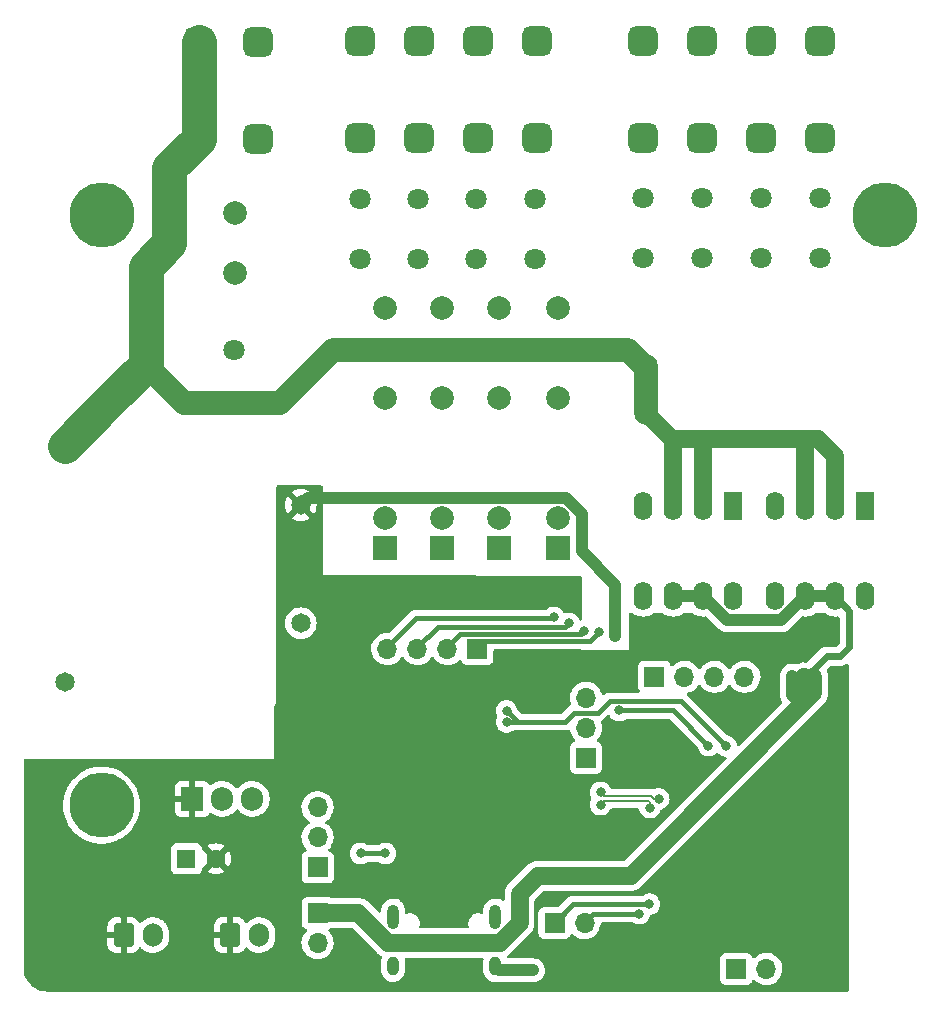
<source format=gbl>
G04 #@! TF.GenerationSoftware,KiCad,Pcbnew,(6.0.7)*
G04 #@! TF.CreationDate,2022-10-04T23:00:28+02:00*
G04 #@! TF.ProjectId,hamodule,68616d6f-6475-46c6-952e-6b696361645f,20221004.21*
G04 #@! TF.SameCoordinates,Original*
G04 #@! TF.FileFunction,Copper,L2,Bot*
G04 #@! TF.FilePolarity,Positive*
%FSLAX46Y46*%
G04 Gerber Fmt 4.6, Leading zero omitted, Abs format (unit mm)*
G04 Created by KiCad (PCBNEW (6.0.7)) date 2022-10-04 23:00:28*
%MOMM*%
%LPD*%
G01*
G04 APERTURE LIST*
G04 Aperture macros list*
%AMRoundRect*
0 Rectangle with rounded corners*
0 $1 Rounding radius*
0 $2 $3 $4 $5 $6 $7 $8 $9 X,Y pos of 4 corners*
0 Add a 4 corners polygon primitive as box body*
4,1,4,$2,$3,$4,$5,$6,$7,$8,$9,$2,$3,0*
0 Add four circle primitives for the rounded corners*
1,1,$1+$1,$2,$3*
1,1,$1+$1,$4,$5*
1,1,$1+$1,$6,$7*
1,1,$1+$1,$8,$9*
0 Add four rect primitives between the rounded corners*
20,1,$1+$1,$2,$3,$4,$5,0*
20,1,$1+$1,$4,$5,$6,$7,0*
20,1,$1+$1,$6,$7,$8,$9,0*
20,1,$1+$1,$8,$9,$2,$3,0*%
G04 Aperture macros list end*
G04 #@! TA.AperFunction,ComponentPad*
%ADD10R,1.700000X1.700000*%
G04 #@! TD*
G04 #@! TA.AperFunction,ComponentPad*
%ADD11O,1.700000X1.700000*%
G04 #@! TD*
G04 #@! TA.AperFunction,ComponentPad*
%ADD12RoundRect,0.625000X0.625000X0.625000X-0.625000X0.625000X-0.625000X-0.625000X0.625000X-0.625000X0*%
G04 #@! TD*
G04 #@! TA.AperFunction,ComponentPad*
%ADD13RoundRect,0.250000X-0.600000X-0.750000X0.600000X-0.750000X0.600000X0.750000X-0.600000X0.750000X0*%
G04 #@! TD*
G04 #@! TA.AperFunction,ComponentPad*
%ADD14O,1.700000X2.000000*%
G04 #@! TD*
G04 #@! TA.AperFunction,ComponentPad*
%ADD15O,1.000000X2.100000*%
G04 #@! TD*
G04 #@! TA.AperFunction,ComponentPad*
%ADD16O,1.000000X1.600000*%
G04 #@! TD*
G04 #@! TA.AperFunction,ComponentPad*
%ADD17C,1.800000*%
G04 #@! TD*
G04 #@! TA.AperFunction,ComponentPad*
%ADD18R,1.650000X1.650000*%
G04 #@! TD*
G04 #@! TA.AperFunction,ComponentPad*
%ADD19C,1.650000*%
G04 #@! TD*
G04 #@! TA.AperFunction,ComponentPad*
%ADD20R,1.905000X2.000000*%
G04 #@! TD*
G04 #@! TA.AperFunction,ComponentPad*
%ADD21O,1.905000X2.000000*%
G04 #@! TD*
G04 #@! TA.AperFunction,ComponentPad*
%ADD22C,2.000000*%
G04 #@! TD*
G04 #@! TA.AperFunction,ComponentPad*
%ADD23C,5.500000*%
G04 #@! TD*
G04 #@! TA.AperFunction,ComponentPad*
%ADD24O,1.600000X2.400000*%
G04 #@! TD*
G04 #@! TA.AperFunction,ComponentPad*
%ADD25R,1.600000X2.400000*%
G04 #@! TD*
G04 #@! TA.AperFunction,ComponentPad*
%ADD26R,2.000000X2.000000*%
G04 #@! TD*
G04 #@! TA.AperFunction,ComponentPad*
%ADD27R,1.600000X1.600000*%
G04 #@! TD*
G04 #@! TA.AperFunction,ComponentPad*
%ADD28C,1.600000*%
G04 #@! TD*
G04 #@! TA.AperFunction,SMDPad,CuDef*
%ADD29C,2.000000*%
G04 #@! TD*
G04 #@! TA.AperFunction,ViaPad*
%ADD30C,0.800000*%
G04 #@! TD*
G04 #@! TA.AperFunction,Conductor*
%ADD31C,0.400000*%
G04 #@! TD*
G04 #@! TA.AperFunction,Conductor*
%ADD32C,1.000000*%
G04 #@! TD*
G04 #@! TA.AperFunction,Conductor*
%ADD33C,1.500000*%
G04 #@! TD*
G04 #@! TA.AperFunction,Conductor*
%ADD34C,0.600000*%
G04 #@! TD*
G04 #@! TA.AperFunction,Conductor*
%ADD35C,3.000000*%
G04 #@! TD*
G04 #@! TA.AperFunction,Conductor*
%ADD36C,2.000000*%
G04 #@! TD*
G04 #@! TA.AperFunction,Conductor*
%ADD37C,0.200000*%
G04 #@! TD*
G04 APERTURE END LIST*
G36*
X85074500Y-66008000D02*
G01*
X83074500Y-66008000D01*
X83074500Y-62008000D01*
X85074500Y-62008000D01*
X85074500Y-66008000D01*
G37*
D10*
X76325000Y-109200000D03*
D11*
X78865000Y-109200000D03*
D12*
X51203100Y-42782099D03*
X51203100Y-34582100D03*
X46203100Y-42782099D03*
X46203100Y-34582100D03*
D13*
X39835000Y-110219000D03*
D14*
X42335000Y-110219000D03*
D10*
X79000000Y-95200000D03*
D11*
X79000000Y-92660000D03*
X79000000Y-90120000D03*
D15*
X71296000Y-108675900D03*
D16*
X62656000Y-112855900D03*
D15*
X62656000Y-108675900D03*
D16*
X71296000Y-112855900D03*
D10*
X69787000Y-85979000D03*
D11*
X67247000Y-85979000D03*
X64707000Y-85979000D03*
X62167000Y-85979000D03*
D12*
X74849500Y-42758500D03*
X74849500Y-34558501D03*
X69849500Y-42758500D03*
X69849500Y-34558501D03*
X64849500Y-42758500D03*
X64849500Y-34558501D03*
X59849500Y-42758500D03*
X59849500Y-34558501D03*
D10*
X56261500Y-108343700D03*
D11*
X56261500Y-110883700D03*
D17*
X41703800Y-59011450D03*
X49203800Y-60644780D03*
D13*
X48832000Y-110219000D03*
D14*
X51332000Y-110219000D03*
D18*
X34839100Y-68805000D03*
D19*
X34839100Y-88805000D03*
X54839100Y-83805000D03*
X54839100Y-73805000D03*
D20*
X45657000Y-98679000D03*
D21*
X48197000Y-98679000D03*
X50737000Y-98679000D03*
D12*
X98809500Y-42718499D03*
X98809500Y-34518500D03*
X93809500Y-42718499D03*
X93809500Y-34518500D03*
X88809500Y-42718499D03*
X88809500Y-34518500D03*
X83809500Y-42718499D03*
X83809500Y-34518500D03*
D22*
X49249500Y-49088500D03*
X49239500Y-54168500D03*
D23*
X104267500Y-49212500D03*
X37973500Y-49212500D03*
D24*
X91454274Y-81543320D03*
X88914274Y-81543320D03*
X86374274Y-81543320D03*
X83834274Y-81543320D03*
X83834274Y-73923320D03*
X86374274Y-73923320D03*
X88914274Y-73923320D03*
D25*
X91454274Y-73923320D03*
D24*
X102630274Y-81543320D03*
X100090274Y-81543320D03*
X97550274Y-81543320D03*
X95010274Y-81543320D03*
X95010274Y-73923320D03*
X97550274Y-73923320D03*
X100090274Y-73923320D03*
D25*
X102630274Y-73923320D03*
D10*
X84783000Y-88341600D03*
D11*
X87323000Y-88341600D03*
X89863000Y-88341600D03*
X92403000Y-88341600D03*
D10*
X91720000Y-113080000D03*
D11*
X94260000Y-113080000D03*
D10*
X56261500Y-104470200D03*
D11*
X56261500Y-101930200D03*
X56261500Y-99390200D03*
D17*
X88773500Y-52895500D03*
X88773500Y-47815500D03*
X98831900Y-52895500D03*
X98831900Y-47815500D03*
X74690000Y-52959000D03*
X74690000Y-47879000D03*
X93802700Y-52895500D03*
X93802700Y-47815500D03*
D26*
X61976000Y-77470000D03*
D22*
X61976000Y-74930000D03*
X61976000Y-64770000D03*
X61976000Y-57150000D03*
D26*
X66802000Y-77470000D03*
D22*
X66802000Y-74930000D03*
X66802000Y-64770000D03*
X66802000Y-57150000D03*
D17*
X64770000Y-52959000D03*
X64770000Y-47879000D03*
D26*
X76581000Y-77470000D03*
D22*
X76581000Y-74930000D03*
X76581000Y-64770000D03*
X76581000Y-57150000D03*
D26*
X71628000Y-77470000D03*
D22*
X71628000Y-74930000D03*
X71628000Y-64770000D03*
X71628000Y-57150000D03*
D27*
X45149000Y-103759000D03*
D28*
X47649000Y-103759000D03*
D17*
X83795100Y-52895500D03*
X83795100Y-47815500D03*
X59817000Y-52959000D03*
X59817000Y-47879000D03*
D23*
X37973500Y-99212500D03*
D17*
X69690000Y-52959000D03*
X69690000Y-47879000D03*
D29*
X84074500Y-62008000D03*
X84074500Y-66008000D03*
D30*
X59900000Y-103300000D03*
X62000000Y-103300000D03*
X73800000Y-106500000D03*
X96457000Y-88392000D03*
X97434900Y-88392000D03*
X98374700Y-88392000D03*
X74500000Y-105600000D03*
X76264000Y-83312000D03*
X77534000Y-83820000D03*
X78804000Y-84455000D03*
X80074000Y-84582000D03*
X72269500Y-92170500D03*
X72269500Y-91230500D03*
X90850000Y-94200000D03*
X95700000Y-102700000D03*
X91100000Y-99800000D03*
X100063800Y-88392000D03*
X88329000Y-83947000D03*
X54229000Y-104267000D03*
X86906600Y-83896200D03*
X99149400Y-83845400D03*
X100087000Y-89916000D03*
X63500000Y-100800000D03*
X98285800Y-83845400D03*
X93790000Y-89662000D03*
X63200000Y-102100000D03*
X70500000Y-100800000D03*
X94200000Y-102700000D03*
X75000000Y-102800000D03*
X54229000Y-102489000D03*
X38608000Y-106299000D03*
X88430600Y-85420200D03*
X38608000Y-104267000D03*
X66995998Y-106036400D03*
X95800000Y-97100000D03*
X63487800Y-81026000D03*
X85100000Y-112000000D03*
X85100000Y-113100000D03*
X99100000Y-85400000D03*
X97981000Y-85344000D03*
X90300000Y-100600000D03*
X54229000Y-106299000D03*
X70800000Y-102000000D03*
X81423511Y-84883489D03*
X62600000Y-106440000D03*
X88200000Y-96600000D03*
X86906600Y-85420200D03*
X75883000Y-90932000D03*
X85100000Y-114300000D03*
X71070000Y-106370000D03*
X70150000Y-91250000D03*
X78613000Y-77724000D03*
X87500000Y-97300000D03*
X75969500Y-93395800D03*
X92800000Y-102700000D03*
X70150000Y-93250000D03*
X84357066Y-107600500D03*
X83500000Y-108400000D03*
X74500000Y-113200000D03*
X81800000Y-91200000D03*
X89360000Y-94170000D03*
X84408768Y-99421232D03*
X80223958Y-99172500D03*
X80223958Y-98122500D03*
X85151232Y-98678768D03*
D31*
X62000000Y-103300000D02*
X59900000Y-103300000D01*
D32*
X86374274Y-81543320D02*
X88933633Y-81543320D01*
D33*
X71692510Y-110880000D02*
X73361255Y-109211255D01*
D32*
X96457000Y-88392000D02*
X96457000Y-89297000D01*
X98372538Y-88239582D02*
X98374700Y-88237420D01*
X96431582Y-88239582D02*
X96431582Y-89890582D01*
D33*
X97434900Y-89177220D02*
X97434900Y-88392000D01*
X73361255Y-106738745D02*
X74900000Y-105200000D01*
D32*
X88933633Y-81543320D02*
X90956313Y-83566000D01*
D33*
X62259490Y-110880000D02*
X71692510Y-110880000D01*
D32*
X96431582Y-89890582D02*
X96576560Y-90035560D01*
D34*
X99378000Y-86614000D02*
X100521000Y-86614000D01*
D33*
X74900000Y-105200000D02*
X82760000Y-105200000D01*
D34*
X100521000Y-86614000D02*
X101283000Y-85852000D01*
D32*
X100090274Y-81543320D02*
X97550274Y-81543320D01*
D34*
X98374700Y-88392000D02*
X98374700Y-87617300D01*
D33*
X82760000Y-105200000D02*
X84130000Y-103830000D01*
D34*
X101283000Y-85852000D02*
X101283000Y-82736046D01*
D32*
X95527594Y-83566000D02*
X97550274Y-81543320D01*
D33*
X56261500Y-108343700D02*
X59723190Y-108343700D01*
X84130000Y-103830000D02*
X97560000Y-90400000D01*
D32*
X98374700Y-88392000D02*
X98220120Y-88392000D01*
D33*
X73361255Y-109211255D02*
X73361255Y-106738745D01*
X98220120Y-89739880D02*
X98220120Y-88392000D01*
X97560000Y-90400000D02*
X98220120Y-89739880D01*
D34*
X98374700Y-87617300D02*
X99378000Y-86614000D01*
D32*
X90956313Y-83566000D02*
X95527594Y-83566000D01*
D33*
X59723190Y-108343700D02*
X62259490Y-110880000D01*
D32*
X96457000Y-89297000D02*
X97560000Y-90400000D01*
X98220120Y-88392000D02*
X97434900Y-89177220D01*
D34*
X101283000Y-82736046D02*
X100090274Y-81543320D01*
D31*
X62167000Y-85827000D02*
X64615551Y-83378449D01*
X64615551Y-83378449D02*
X76197551Y-83378449D01*
X76197551Y-83378449D02*
X76264000Y-83312000D01*
X66422489Y-84111511D02*
X64707000Y-85827000D01*
X77534000Y-83820000D02*
X77242489Y-84111511D01*
X77242489Y-84111511D02*
X66422489Y-84111511D01*
X78804000Y-84455000D02*
X78547969Y-84711031D01*
X68362969Y-84711031D02*
X67247000Y-85827000D01*
X78547969Y-84711031D02*
X68362969Y-84711031D01*
X71785551Y-85310551D02*
X70455449Y-85310551D01*
X79345449Y-85310551D02*
X71785551Y-85310551D01*
X80074000Y-84582000D02*
X79345449Y-85310551D01*
X70455449Y-85310551D02*
X69787000Y-85979000D01*
D35*
X46203100Y-34582100D02*
X46203100Y-38823900D01*
X41703800Y-59011450D02*
X41703800Y-61940300D01*
X41703800Y-59011450D02*
X41703800Y-53613238D01*
X41703800Y-53613238D02*
X43723011Y-51594027D01*
X43723011Y-45262188D02*
X46203100Y-42782099D01*
X38614050Y-65030050D02*
X34839100Y-68805000D01*
D36*
X53086000Y-65151000D02*
X44914500Y-65151000D01*
D35*
X41703800Y-61940300D02*
X38614050Y-65030050D01*
D36*
X59398454Y-60649511D02*
X82557511Y-60649511D01*
D35*
X46203100Y-38823900D02*
X46203100Y-42782099D01*
D36*
X59398454Y-60649511D02*
X57587489Y-60649511D01*
X44914500Y-65151000D02*
X41703800Y-61940300D01*
D35*
X43723011Y-51594027D02*
X43723011Y-45262188D01*
D36*
X82557511Y-60649511D02*
X84074500Y-62166500D01*
X57587489Y-60649511D02*
X53086000Y-65151000D01*
D31*
X73129500Y-92090500D02*
X72269500Y-91230500D01*
X87050000Y-90400000D02*
X90850000Y-94200000D01*
X81000000Y-90400000D02*
X87050000Y-90400000D01*
X73129500Y-92170500D02*
X77229500Y-92170500D01*
X77229500Y-92170500D02*
X78000000Y-91400000D01*
X73129500Y-92170500D02*
X73129500Y-92090500D01*
X78000000Y-91400000D02*
X80000000Y-91400000D01*
X72269500Y-92170500D02*
X73129500Y-92170500D01*
X80000000Y-91400000D02*
X81000000Y-90400000D01*
D32*
X55413611Y-73230489D02*
X54839100Y-73805000D01*
X81423511Y-80534511D02*
X81423511Y-81898489D01*
X77284962Y-73230489D02*
X55413611Y-73230489D01*
X78613000Y-77724000D02*
X81423511Y-80534511D01*
X81423511Y-81898489D02*
X81423511Y-84883489D01*
X78613000Y-77724000D02*
X78613000Y-74558527D01*
X78613000Y-74558527D02*
X77284962Y-73230489D01*
D31*
X76325000Y-109200000D02*
X77924500Y-107600500D01*
X77924500Y-107600500D02*
X84357066Y-107600500D01*
X79600000Y-108400000D02*
X78865000Y-109135000D01*
X83500000Y-108400000D02*
X79600000Y-108400000D01*
X78865000Y-109135000D02*
X78865000Y-109200000D01*
D33*
X84074500Y-66008000D02*
X86265500Y-68199000D01*
X86265500Y-68199000D02*
X88710000Y-68199000D01*
X97550274Y-68276274D02*
X97473000Y-68199000D01*
X86374274Y-68307774D02*
X86265500Y-68199000D01*
X97550274Y-73923320D02*
X97550274Y-68276274D01*
X88914274Y-73923320D02*
X88914274Y-68403274D01*
X98616000Y-68199000D02*
X100090274Y-69673274D01*
X86374274Y-73923320D02*
X86374274Y-68307774D01*
X88914274Y-68403274D02*
X88710000Y-68199000D01*
X88710000Y-68199000D02*
X97473000Y-68199000D01*
X100090274Y-69673274D02*
X100090274Y-73923320D01*
X97473000Y-68199000D02*
X98616000Y-68199000D01*
D32*
X71640100Y-113200000D02*
X71296000Y-112855900D01*
X74500000Y-113200000D02*
X71640100Y-113200000D01*
D31*
X86390000Y-91200000D02*
X81800000Y-91200000D01*
X89360000Y-94170000D02*
X86390000Y-91200000D01*
D37*
X80523957Y-98872501D02*
X84284302Y-98872501D01*
X84284302Y-98872501D02*
X84408768Y-98996967D01*
X80223958Y-99172500D02*
X80523957Y-98872501D01*
X84408768Y-98996967D02*
X84408768Y-99421232D01*
X80523957Y-98422499D02*
X84470698Y-98422499D01*
X80223958Y-98122500D02*
X80523957Y-98422499D01*
X84470698Y-98422499D02*
X84726967Y-98678768D01*
X84726967Y-98678768D02*
X85151232Y-98678768D01*
G04 #@! TA.AperFunction,Conductor*
G36*
X56646109Y-72156502D02*
G01*
X56692602Y-72210158D01*
X56703988Y-72262699D01*
X56692119Y-79751538D01*
X60837206Y-79760137D01*
X78537656Y-79796857D01*
X78605735Y-79817001D01*
X78652117Y-79870753D01*
X78663395Y-79922580D01*
X78670802Y-83288774D01*
X78671161Y-83452129D01*
X78651309Y-83520293D01*
X78597755Y-83566904D01*
X78571358Y-83575653D01*
X78531265Y-83584175D01*
X78460474Y-83578773D01*
X78403841Y-83535956D01*
X78385235Y-83499865D01*
X78370568Y-83454725D01*
X78370567Y-83454724D01*
X78368527Y-83448444D01*
X78273040Y-83283056D01*
X78236784Y-83242789D01*
X78149675Y-83146045D01*
X78149674Y-83146044D01*
X78145253Y-83141134D01*
X77990752Y-83028882D01*
X77984724Y-83026198D01*
X77984722Y-83026197D01*
X77822319Y-82953891D01*
X77822318Y-82953891D01*
X77816288Y-82951206D01*
X77709630Y-82928535D01*
X77635944Y-82912872D01*
X77635939Y-82912872D01*
X77629487Y-82911500D01*
X77438513Y-82911500D01*
X77432061Y-82912872D01*
X77432056Y-82912872D01*
X77315737Y-82937597D01*
X77251712Y-82951206D01*
X77245679Y-82953892D01*
X77245676Y-82953893D01*
X77238438Y-82957116D01*
X77168071Y-82966551D01*
X77103774Y-82936445D01*
X77078069Y-82905010D01*
X77045595Y-82848763D01*
X77003040Y-82775056D01*
X76997368Y-82768756D01*
X76879675Y-82638045D01*
X76879674Y-82638044D01*
X76875253Y-82633134D01*
X76720752Y-82520882D01*
X76714724Y-82518198D01*
X76714722Y-82518197D01*
X76552319Y-82445891D01*
X76552318Y-82445891D01*
X76546288Y-82443206D01*
X76452888Y-82423353D01*
X76365944Y-82404872D01*
X76365939Y-82404872D01*
X76359487Y-82403500D01*
X76168513Y-82403500D01*
X76162061Y-82404872D01*
X76162056Y-82404872D01*
X76075112Y-82423353D01*
X75981712Y-82443206D01*
X75975682Y-82445891D01*
X75975681Y-82445891D01*
X75813278Y-82518197D01*
X75813276Y-82518198D01*
X75807248Y-82520882D01*
X75801907Y-82524762D01*
X75801906Y-82524763D01*
X75698257Y-82600069D01*
X75652747Y-82633134D01*
X75648665Y-82637668D01*
X75584824Y-82668303D01*
X75564524Y-82669949D01*
X64644463Y-82669949D01*
X64635893Y-82669657D01*
X64585775Y-82666240D01*
X64585771Y-82666240D01*
X64578199Y-82665724D01*
X64570722Y-82667029D01*
X64570721Y-82667029D01*
X64544243Y-82671650D01*
X64515248Y-82676711D01*
X64508730Y-82677672D01*
X64445309Y-82685347D01*
X64438208Y-82688030D01*
X64435599Y-82688671D01*
X64419289Y-82693134D01*
X64416753Y-82693899D01*
X64409267Y-82695206D01*
X64402310Y-82698260D01*
X64350756Y-82720891D01*
X64344652Y-82723382D01*
X64284895Y-82745962D01*
X64278632Y-82750266D01*
X64276266Y-82751503D01*
X64261454Y-82759748D01*
X64259200Y-82761081D01*
X64252246Y-82764134D01*
X64201549Y-82803036D01*
X64196219Y-82806908D01*
X64149831Y-82838788D01*
X64149826Y-82838793D01*
X64143570Y-82843092D01*
X64138519Y-82848762D01*
X64138517Y-82848763D01*
X64102116Y-82889619D01*
X64097135Y-82894895D01*
X62405209Y-84586821D01*
X62342897Y-84620847D01*
X62304260Y-84623167D01*
X62300364Y-84622799D01*
X62295284Y-84621894D01*
X62229174Y-84621086D01*
X62077081Y-84619228D01*
X62077079Y-84619228D01*
X62071911Y-84619165D01*
X61851091Y-84652955D01*
X61638756Y-84722357D01*
X61440607Y-84825507D01*
X61436474Y-84828610D01*
X61436471Y-84828612D01*
X61429853Y-84833581D01*
X61261965Y-84959635D01*
X61107629Y-85121138D01*
X61104715Y-85125410D01*
X61104714Y-85125411D01*
X61019556Y-85250249D01*
X60981743Y-85305680D01*
X60934715Y-85406993D01*
X60895953Y-85490500D01*
X60887688Y-85508305D01*
X60827989Y-85723570D01*
X60804251Y-85945695D01*
X60804548Y-85950848D01*
X60804548Y-85950851D01*
X60813246Y-86101696D01*
X60817110Y-86168715D01*
X60818247Y-86173761D01*
X60818248Y-86173767D01*
X60833613Y-86241945D01*
X60866222Y-86386639D01*
X60950266Y-86593616D01*
X60987685Y-86654678D01*
X61064291Y-86779688D01*
X61066987Y-86784088D01*
X61213250Y-86952938D01*
X61385126Y-87095632D01*
X61578000Y-87208338D01*
X61582825Y-87210180D01*
X61582826Y-87210181D01*
X61613573Y-87221922D01*
X61786692Y-87288030D01*
X61791760Y-87289061D01*
X61791763Y-87289062D01*
X61859519Y-87302847D01*
X62005597Y-87332567D01*
X62010772Y-87332757D01*
X62010774Y-87332757D01*
X62223673Y-87340564D01*
X62223677Y-87340564D01*
X62228837Y-87340753D01*
X62233957Y-87340097D01*
X62233959Y-87340097D01*
X62445288Y-87313025D01*
X62445289Y-87313025D01*
X62450416Y-87312368D01*
X62455366Y-87310883D01*
X62659429Y-87249661D01*
X62659434Y-87249659D01*
X62664384Y-87248174D01*
X62864994Y-87149896D01*
X63046860Y-87020173D01*
X63074501Y-86992629D01*
X63147478Y-86919906D01*
X63205096Y-86862489D01*
X63264594Y-86779689D01*
X63335453Y-86681077D01*
X63336776Y-86682028D01*
X63383645Y-86638857D01*
X63453580Y-86626625D01*
X63519026Y-86654144D01*
X63546875Y-86685994D01*
X63606987Y-86784088D01*
X63753250Y-86952938D01*
X63925126Y-87095632D01*
X64118000Y-87208338D01*
X64122825Y-87210180D01*
X64122826Y-87210181D01*
X64153573Y-87221922D01*
X64326692Y-87288030D01*
X64331760Y-87289061D01*
X64331763Y-87289062D01*
X64399519Y-87302847D01*
X64545597Y-87332567D01*
X64550772Y-87332757D01*
X64550774Y-87332757D01*
X64763673Y-87340564D01*
X64763677Y-87340564D01*
X64768837Y-87340753D01*
X64773957Y-87340097D01*
X64773959Y-87340097D01*
X64985288Y-87313025D01*
X64985289Y-87313025D01*
X64990416Y-87312368D01*
X64995366Y-87310883D01*
X65199429Y-87249661D01*
X65199434Y-87249659D01*
X65204384Y-87248174D01*
X65404994Y-87149896D01*
X65586860Y-87020173D01*
X65614501Y-86992629D01*
X65687478Y-86919906D01*
X65745096Y-86862489D01*
X65804594Y-86779689D01*
X65875453Y-86681077D01*
X65876776Y-86682028D01*
X65923645Y-86638857D01*
X65993580Y-86626625D01*
X66059026Y-86654144D01*
X66086875Y-86685994D01*
X66146987Y-86784088D01*
X66293250Y-86952938D01*
X66465126Y-87095632D01*
X66658000Y-87208338D01*
X66662825Y-87210180D01*
X66662826Y-87210181D01*
X66693573Y-87221922D01*
X66866692Y-87288030D01*
X66871760Y-87289061D01*
X66871763Y-87289062D01*
X66939519Y-87302847D01*
X67085597Y-87332567D01*
X67090772Y-87332757D01*
X67090774Y-87332757D01*
X67303673Y-87340564D01*
X67303677Y-87340564D01*
X67308837Y-87340753D01*
X67313957Y-87340097D01*
X67313959Y-87340097D01*
X67525288Y-87313025D01*
X67525289Y-87313025D01*
X67530416Y-87312368D01*
X67535366Y-87310883D01*
X67739429Y-87249661D01*
X67739434Y-87249659D01*
X67744384Y-87248174D01*
X67944994Y-87149896D01*
X68126860Y-87020173D01*
X68235091Y-86912319D01*
X68297462Y-86878404D01*
X68368268Y-86883592D01*
X68425030Y-86926238D01*
X68442012Y-86957341D01*
X68467525Y-87025395D01*
X68486385Y-87075705D01*
X68573739Y-87192261D01*
X68690295Y-87279615D01*
X68826684Y-87330745D01*
X68888866Y-87337500D01*
X70685134Y-87337500D01*
X70747316Y-87330745D01*
X70883705Y-87279615D01*
X71000261Y-87192261D01*
X71087615Y-87075705D01*
X71138745Y-86939316D01*
X71145500Y-86877134D01*
X71145500Y-86145051D01*
X71165502Y-86076930D01*
X71219158Y-86030437D01*
X71271500Y-86019051D01*
X78562478Y-86019051D01*
X78630599Y-86039053D01*
X78676970Y-86092569D01*
X78677000Y-86106000D01*
X82614000Y-86106000D01*
X82614000Y-83056107D01*
X82634002Y-82987986D01*
X82687658Y-82941493D01*
X82739904Y-82930107D01*
X82878696Y-82930001D01*
X82922232Y-82929968D01*
X82994596Y-82952754D01*
X83177525Y-83080843D01*
X83182507Y-83083166D01*
X83182512Y-83083169D01*
X83295173Y-83135703D01*
X83385031Y-83177604D01*
X83390339Y-83179026D01*
X83390341Y-83179027D01*
X83600872Y-83235439D01*
X83600874Y-83235439D01*
X83606187Y-83236863D01*
X83834274Y-83256818D01*
X84062361Y-83236863D01*
X84067674Y-83235439D01*
X84067676Y-83235439D01*
X84278207Y-83179027D01*
X84278209Y-83179026D01*
X84283517Y-83177604D01*
X84373375Y-83135703D01*
X84486036Y-83083169D01*
X84486041Y-83083166D01*
X84491023Y-83080843D01*
X84675929Y-82951370D01*
X84748104Y-82928583D01*
X84810773Y-82928535D01*
X85459482Y-82928043D01*
X85531847Y-82950830D01*
X85717525Y-83080843D01*
X85722507Y-83083166D01*
X85722512Y-83083169D01*
X85835173Y-83135703D01*
X85925031Y-83177604D01*
X85930339Y-83179026D01*
X85930341Y-83179027D01*
X86140872Y-83235439D01*
X86140874Y-83235439D01*
X86146187Y-83236863D01*
X86374274Y-83256818D01*
X86602361Y-83236863D01*
X86607674Y-83235439D01*
X86607676Y-83235439D01*
X86818207Y-83179027D01*
X86818209Y-83179026D01*
X86823517Y-83177604D01*
X86913375Y-83135703D01*
X87026036Y-83083169D01*
X87026041Y-83083166D01*
X87031023Y-83080843D01*
X87218574Y-82949518D01*
X87220077Y-82951665D01*
X87275144Y-82927648D01*
X87290842Y-82926654D01*
X87996878Y-82926119D01*
X88065013Y-82946069D01*
X88069882Y-82949650D01*
X88069974Y-82949518D01*
X88257525Y-83080843D01*
X88262507Y-83083166D01*
X88262512Y-83083169D01*
X88375173Y-83135703D01*
X88465031Y-83177604D01*
X88470339Y-83179026D01*
X88470341Y-83179027D01*
X88680872Y-83235439D01*
X88680874Y-83235439D01*
X88686187Y-83236863D01*
X88914274Y-83256818D01*
X88919749Y-83256339D01*
X89137698Y-83237271D01*
X89207303Y-83251260D01*
X89237775Y-83273697D01*
X90199462Y-84235384D01*
X90208564Y-84245527D01*
X90232281Y-84275025D01*
X90270759Y-84307312D01*
X90274375Y-84310467D01*
X90276201Y-84312123D01*
X90278387Y-84314309D01*
X90280767Y-84316264D01*
X90280777Y-84316273D01*
X90311581Y-84341576D01*
X90312596Y-84342418D01*
X90383787Y-84402154D01*
X90388461Y-84404723D01*
X90392574Y-84408102D01*
X90398011Y-84411017D01*
X90398012Y-84411018D01*
X90474360Y-84451955D01*
X90475490Y-84452568D01*
X90487680Y-84459269D01*
X90515449Y-84474535D01*
X90557100Y-84497433D01*
X90562182Y-84499045D01*
X90566876Y-84501562D01*
X90655844Y-84528762D01*
X90656872Y-84529082D01*
X90745619Y-84557235D01*
X90750915Y-84557829D01*
X90756011Y-84559387D01*
X90848535Y-84568785D01*
X90849655Y-84568905D01*
X90882977Y-84572642D01*
X90896043Y-84574108D01*
X90896047Y-84574108D01*
X90899540Y-84574500D01*
X90903067Y-84574500D01*
X90904070Y-84574556D01*
X90909754Y-84575003D01*
X90935170Y-84577585D01*
X90946649Y-84578751D01*
X90946651Y-84578751D01*
X90952775Y-84579373D01*
X90998414Y-84575059D01*
X91010270Y-84574500D01*
X95465751Y-84574500D01*
X95479358Y-84575237D01*
X95510856Y-84578659D01*
X95510861Y-84578659D01*
X95516982Y-84579324D01*
X95543232Y-84577027D01*
X95566982Y-84574950D01*
X95571808Y-84574621D01*
X95574280Y-84574500D01*
X95577363Y-84574500D01*
X95589332Y-84573326D01*
X95620100Y-84570310D01*
X95621413Y-84570188D01*
X95665678Y-84566315D01*
X95714007Y-84562087D01*
X95719126Y-84560600D01*
X95724427Y-84560080D01*
X95813428Y-84533209D01*
X95814561Y-84532874D01*
X95898008Y-84508630D01*
X95898012Y-84508628D01*
X95903930Y-84506909D01*
X95908662Y-84504456D01*
X95913763Y-84502916D01*
X95920767Y-84499192D01*
X95995854Y-84459269D01*
X95997020Y-84458657D01*
X96074047Y-84418729D01*
X96079520Y-84415892D01*
X96083683Y-84412569D01*
X96088390Y-84410066D01*
X96094732Y-84404894D01*
X96110453Y-84392072D01*
X96160512Y-84351245D01*
X96161368Y-84350554D01*
X96200567Y-84319262D01*
X96203071Y-84316758D01*
X96203789Y-84316116D01*
X96208122Y-84312415D01*
X96241656Y-84285065D01*
X96270882Y-84249737D01*
X96278871Y-84240958D01*
X97244575Y-83275254D01*
X97306887Y-83241228D01*
X97344649Y-83238828D01*
X97550274Y-83256818D01*
X97778361Y-83236863D01*
X97783674Y-83235439D01*
X97783676Y-83235439D01*
X97994207Y-83179027D01*
X97994209Y-83179026D01*
X97999517Y-83177604D01*
X98089375Y-83135703D01*
X98202036Y-83083169D01*
X98202041Y-83083166D01*
X98207023Y-83080843D01*
X98394574Y-82949518D01*
X98396745Y-82947347D01*
X98461092Y-82919182D01*
X98476944Y-82918168D01*
X99162783Y-82917647D01*
X99230918Y-82937597D01*
X99242783Y-82946327D01*
X99245974Y-82949518D01*
X99250476Y-82952670D01*
X99250478Y-82952672D01*
X99299462Y-82986971D01*
X99433525Y-83080843D01*
X99438507Y-83083166D01*
X99438512Y-83083169D01*
X99551173Y-83135703D01*
X99641031Y-83177604D01*
X99646339Y-83179026D01*
X99646341Y-83179027D01*
X99856872Y-83235439D01*
X99856874Y-83235439D01*
X99862187Y-83236863D01*
X100090274Y-83256818D01*
X100318361Y-83236863D01*
X100323673Y-83235440D01*
X100326620Y-83234920D01*
X100397179Y-83242789D01*
X100452283Y-83287556D01*
X100474500Y-83359006D01*
X100474500Y-85464918D01*
X100454498Y-85533039D01*
X100437595Y-85554013D01*
X100223013Y-85768595D01*
X100160701Y-85802621D01*
X100133918Y-85805500D01*
X99387164Y-85805500D01*
X99385845Y-85805493D01*
X99295779Y-85804550D01*
X99288893Y-85806039D01*
X99288891Y-85806039D01*
X99270313Y-85810056D01*
X99253414Y-85813710D01*
X99240835Y-85815770D01*
X99204741Y-85819818D01*
X99204738Y-85819819D01*
X99197745Y-85820603D01*
X99166068Y-85831634D01*
X99151258Y-85835796D01*
X99125378Y-85841391D01*
X99125374Y-85841392D01*
X99118489Y-85842881D01*
X99112105Y-85845858D01*
X99112099Y-85845860D01*
X99079193Y-85861204D01*
X99067384Y-85865999D01*
X99026448Y-85880255D01*
X99020476Y-85883987D01*
X99020469Y-85883990D01*
X98998005Y-85898027D01*
X98984488Y-85905366D01*
X98960481Y-85916561D01*
X98960477Y-85916563D01*
X98954098Y-85919538D01*
X98937504Y-85932410D01*
X98919844Y-85946108D01*
X98909395Y-85953397D01*
X98872624Y-85976374D01*
X98867625Y-85981339D01*
X98867623Y-85981340D01*
X98843815Y-86004983D01*
X98843192Y-86005566D01*
X98842530Y-86006079D01*
X98816680Y-86031929D01*
X98773484Y-86074825D01*
X98743918Y-86104185D01*
X98743258Y-86105225D01*
X98742157Y-86106452D01*
X97809495Y-87039113D01*
X97808558Y-87040040D01*
X97744193Y-87103071D01*
X97743670Y-87102537D01*
X97689586Y-87139618D01*
X97630809Y-87141971D01*
X97630495Y-87144098D01*
X97624951Y-87143279D01*
X97619489Y-87141968D01*
X97535425Y-87137121D01*
X97400817Y-87129360D01*
X97400814Y-87129360D01*
X97395210Y-87129037D01*
X97172185Y-87156025D01*
X96957465Y-87222082D01*
X96855718Y-87274598D01*
X96852453Y-87276283D01*
X96782746Y-87289752D01*
X96757406Y-87284682D01*
X96635350Y-87246900D01*
X96629225Y-87246256D01*
X96629224Y-87246256D01*
X96444786Y-87226871D01*
X96444784Y-87226871D01*
X96438657Y-87226227D01*
X96366289Y-87232813D01*
X96247833Y-87243593D01*
X96247830Y-87243594D01*
X96241694Y-87244152D01*
X96235788Y-87245890D01*
X96235784Y-87245891D01*
X96138246Y-87274598D01*
X96051963Y-87299992D01*
X96046505Y-87302845D01*
X96046501Y-87302847D01*
X95974356Y-87340564D01*
X95876692Y-87391622D01*
X95722557Y-87515550D01*
X95595428Y-87667056D01*
X95592461Y-87672454D01*
X95592457Y-87672459D01*
X95551263Y-87747392D01*
X95500149Y-87840369D01*
X95498288Y-87846236D01*
X95498287Y-87846238D01*
X95478911Y-87907320D01*
X95440347Y-88028888D01*
X95423082Y-88182809D01*
X95423082Y-89828739D01*
X95422345Y-89842346D01*
X95419373Y-89869707D01*
X95418258Y-89879970D01*
X95420555Y-89906220D01*
X95422632Y-89929970D01*
X95422961Y-89934796D01*
X95423082Y-89937268D01*
X95423082Y-89940351D01*
X95423383Y-89943419D01*
X95427272Y-89983088D01*
X95427394Y-89984401D01*
X95435495Y-90076995D01*
X95436982Y-90082114D01*
X95437502Y-90087415D01*
X95464373Y-90176416D01*
X95464708Y-90177549D01*
X95488839Y-90260605D01*
X95490673Y-90266918D01*
X95493126Y-90271650D01*
X95494666Y-90276751D01*
X95497560Y-90282194D01*
X95538313Y-90358842D01*
X95538925Y-90360008D01*
X95553767Y-90388640D01*
X95581690Y-90442508D01*
X95585013Y-90446671D01*
X95587516Y-90451378D01*
X95588381Y-90452438D01*
X95608307Y-90519107D01*
X95588633Y-90587324D01*
X95571403Y-90608810D01*
X91970907Y-94209305D01*
X91908595Y-94243331D01*
X91837779Y-94238266D01*
X91780944Y-94195719D01*
X91756502Y-94133380D01*
X91744232Y-94016635D01*
X91744232Y-94016633D01*
X91743542Y-94010072D01*
X91684527Y-93828444D01*
X91589040Y-93663056D01*
X91461253Y-93521134D01*
X91306752Y-93408882D01*
X91300724Y-93406198D01*
X91300722Y-93406197D01*
X91138319Y-93333891D01*
X91138318Y-93333891D01*
X91132288Y-93331206D01*
X91032105Y-93309911D01*
X90979432Y-93298715D01*
X90916534Y-93264563D01*
X87571450Y-89919480D01*
X87565596Y-89913214D01*
X87537234Y-89880702D01*
X87507526Y-89816220D01*
X87517396Y-89745913D01*
X87563709Y-89692103D01*
X87604600Y-89675201D01*
X87606416Y-89674968D01*
X87611357Y-89673486D01*
X87611360Y-89673485D01*
X87815429Y-89612261D01*
X87815434Y-89612259D01*
X87820384Y-89610774D01*
X88020994Y-89512496D01*
X88202860Y-89382773D01*
X88361096Y-89225089D01*
X88491453Y-89043677D01*
X88492776Y-89044628D01*
X88539645Y-89001457D01*
X88609580Y-88989225D01*
X88675026Y-89016744D01*
X88702875Y-89048594D01*
X88762987Y-89146688D01*
X88909250Y-89315538D01*
X88985846Y-89379129D01*
X89067212Y-89446680D01*
X89081126Y-89458232D01*
X89274000Y-89570938D01*
X89482692Y-89650630D01*
X89487760Y-89651661D01*
X89487763Y-89651662D01*
X89585261Y-89671498D01*
X89701597Y-89695167D01*
X89706772Y-89695357D01*
X89706774Y-89695357D01*
X89919673Y-89703164D01*
X89919677Y-89703164D01*
X89924837Y-89703353D01*
X89929957Y-89702697D01*
X89929959Y-89702697D01*
X90141288Y-89675625D01*
X90141289Y-89675625D01*
X90146416Y-89674968D01*
X90157982Y-89671498D01*
X90355429Y-89612261D01*
X90355434Y-89612259D01*
X90360384Y-89610774D01*
X90560994Y-89512496D01*
X90742860Y-89382773D01*
X90901096Y-89225089D01*
X91031453Y-89043677D01*
X91032776Y-89044628D01*
X91079645Y-89001457D01*
X91149580Y-88989225D01*
X91215026Y-89016744D01*
X91242875Y-89048594D01*
X91302987Y-89146688D01*
X91449250Y-89315538D01*
X91525846Y-89379129D01*
X91607212Y-89446680D01*
X91621126Y-89458232D01*
X91814000Y-89570938D01*
X92022692Y-89650630D01*
X92027760Y-89651661D01*
X92027763Y-89651662D01*
X92125261Y-89671498D01*
X92241597Y-89695167D01*
X92246772Y-89695357D01*
X92246774Y-89695357D01*
X92459673Y-89703164D01*
X92459677Y-89703164D01*
X92464837Y-89703353D01*
X92469957Y-89702697D01*
X92469959Y-89702697D01*
X92681288Y-89675625D01*
X92681289Y-89675625D01*
X92686416Y-89674968D01*
X92697982Y-89671498D01*
X92895429Y-89612261D01*
X92895434Y-89612259D01*
X92900384Y-89610774D01*
X93100994Y-89512496D01*
X93282860Y-89382773D01*
X93441096Y-89225089D01*
X93571453Y-89043677D01*
X93592320Y-89001457D01*
X93668136Y-88848053D01*
X93668137Y-88848051D01*
X93670430Y-88843411D01*
X93735370Y-88629669D01*
X93764529Y-88408190D01*
X93766156Y-88341600D01*
X93747852Y-88118961D01*
X93693431Y-87902302D01*
X93604354Y-87697440D01*
X93483014Y-87509877D01*
X93332670Y-87344651D01*
X93328619Y-87341452D01*
X93328615Y-87341448D01*
X93161414Y-87209400D01*
X93161410Y-87209398D01*
X93157359Y-87206198D01*
X93119106Y-87185081D01*
X93069459Y-87157675D01*
X92961789Y-87098238D01*
X92956920Y-87096514D01*
X92956916Y-87096512D01*
X92756087Y-87025395D01*
X92756083Y-87025394D01*
X92751212Y-87023669D01*
X92746119Y-87022762D01*
X92746116Y-87022761D01*
X92536373Y-86985400D01*
X92536367Y-86985399D01*
X92531284Y-86984494D01*
X92457452Y-86983592D01*
X92313081Y-86981828D01*
X92313079Y-86981828D01*
X92307911Y-86981765D01*
X92087091Y-87015555D01*
X91874756Y-87084957D01*
X91849236Y-87098242D01*
X91739531Y-87155351D01*
X91676607Y-87188107D01*
X91672474Y-87191210D01*
X91672471Y-87191212D01*
X91502100Y-87319130D01*
X91497965Y-87322235D01*
X91437872Y-87385119D01*
X91386729Y-87438637D01*
X91343629Y-87483738D01*
X91236201Y-87641221D01*
X91181293Y-87686221D01*
X91110768Y-87694392D01*
X91047021Y-87663138D01*
X91026324Y-87638654D01*
X90945822Y-87514217D01*
X90945820Y-87514214D01*
X90943014Y-87509877D01*
X90792670Y-87344651D01*
X90788619Y-87341452D01*
X90788615Y-87341448D01*
X90621414Y-87209400D01*
X90621410Y-87209398D01*
X90617359Y-87206198D01*
X90579106Y-87185081D01*
X90529459Y-87157675D01*
X90421789Y-87098238D01*
X90416920Y-87096514D01*
X90416916Y-87096512D01*
X90216087Y-87025395D01*
X90216083Y-87025394D01*
X90211212Y-87023669D01*
X90206119Y-87022762D01*
X90206116Y-87022761D01*
X89996373Y-86985400D01*
X89996367Y-86985399D01*
X89991284Y-86984494D01*
X89917452Y-86983592D01*
X89773081Y-86981828D01*
X89773079Y-86981828D01*
X89767911Y-86981765D01*
X89547091Y-87015555D01*
X89334756Y-87084957D01*
X89309236Y-87098242D01*
X89199531Y-87155351D01*
X89136607Y-87188107D01*
X89132474Y-87191210D01*
X89132471Y-87191212D01*
X88962100Y-87319130D01*
X88957965Y-87322235D01*
X88897872Y-87385119D01*
X88846729Y-87438637D01*
X88803629Y-87483738D01*
X88696201Y-87641221D01*
X88641293Y-87686221D01*
X88570768Y-87694392D01*
X88507021Y-87663138D01*
X88486324Y-87638654D01*
X88405822Y-87514217D01*
X88405820Y-87514214D01*
X88403014Y-87509877D01*
X88252670Y-87344651D01*
X88248619Y-87341452D01*
X88248615Y-87341448D01*
X88081414Y-87209400D01*
X88081410Y-87209398D01*
X88077359Y-87206198D01*
X88039106Y-87185081D01*
X87989459Y-87157675D01*
X87881789Y-87098238D01*
X87876920Y-87096514D01*
X87876916Y-87096512D01*
X87676087Y-87025395D01*
X87676083Y-87025394D01*
X87671212Y-87023669D01*
X87666119Y-87022762D01*
X87666116Y-87022761D01*
X87456373Y-86985400D01*
X87456367Y-86985399D01*
X87451284Y-86984494D01*
X87377452Y-86983592D01*
X87233081Y-86981828D01*
X87233079Y-86981828D01*
X87227911Y-86981765D01*
X87007091Y-87015555D01*
X86794756Y-87084957D01*
X86769236Y-87098242D01*
X86659531Y-87155351D01*
X86596607Y-87188107D01*
X86592474Y-87191210D01*
X86592471Y-87191212D01*
X86422100Y-87319130D01*
X86417965Y-87322235D01*
X86338797Y-87405080D01*
X86337283Y-87406664D01*
X86275759Y-87442094D01*
X86204846Y-87438637D01*
X86147060Y-87397391D01*
X86128207Y-87363843D01*
X86086767Y-87253303D01*
X86083615Y-87244895D01*
X85996261Y-87128339D01*
X85879705Y-87040985D01*
X85743316Y-86989855D01*
X85681134Y-86983100D01*
X83884866Y-86983100D01*
X83822684Y-86989855D01*
X83686295Y-87040985D01*
X83569739Y-87128339D01*
X83482385Y-87244895D01*
X83431255Y-87381284D01*
X83424500Y-87443466D01*
X83424500Y-89239734D01*
X83431255Y-89301916D01*
X83482385Y-89438305D01*
X83521081Y-89489937D01*
X83545928Y-89556441D01*
X83530875Y-89625823D01*
X83480701Y-89676054D01*
X83420254Y-89691500D01*
X81028927Y-89691500D01*
X81020358Y-89691208D01*
X80970225Y-89687790D01*
X80970221Y-89687790D01*
X80962648Y-89687274D01*
X80899681Y-89698264D01*
X80893169Y-89699224D01*
X80829758Y-89706898D01*
X80822657Y-89709581D01*
X80820048Y-89710222D01*
X80803728Y-89714687D01*
X80801195Y-89715452D01*
X80793717Y-89716757D01*
X80735190Y-89742448D01*
X80729108Y-89744930D01*
X80708753Y-89752622D01*
X80676449Y-89764828D01*
X80676447Y-89764829D01*
X80669344Y-89767513D01*
X80663085Y-89771814D01*
X80660720Y-89773051D01*
X80645948Y-89781273D01*
X80643656Y-89782628D01*
X80636695Y-89785684D01*
X80630668Y-89790309D01*
X80630664Y-89790311D01*
X80585987Y-89824593D01*
X80580662Y-89828462D01*
X80561676Y-89841511D01*
X80538657Y-89857332D01*
X80528019Y-89864643D01*
X80525344Y-89867646D01*
X80462398Y-89897045D01*
X80392041Y-89887543D01*
X80337989Y-89841511D01*
X80321196Y-89803182D01*
X80306272Y-89743769D01*
X80290431Y-89680702D01*
X80201354Y-89475840D01*
X80095123Y-89311632D01*
X80082822Y-89292617D01*
X80082820Y-89292614D01*
X80080014Y-89288277D01*
X79929670Y-89123051D01*
X79925619Y-89119852D01*
X79925615Y-89119848D01*
X79758414Y-88987800D01*
X79758410Y-88987798D01*
X79754359Y-88984598D01*
X79558789Y-88876638D01*
X79553920Y-88874914D01*
X79553916Y-88874912D01*
X79353087Y-88803795D01*
X79353083Y-88803794D01*
X79348212Y-88802069D01*
X79343119Y-88801162D01*
X79343116Y-88801161D01*
X79133373Y-88763800D01*
X79133367Y-88763799D01*
X79128284Y-88762894D01*
X79054452Y-88761992D01*
X78910081Y-88760228D01*
X78910079Y-88760228D01*
X78904911Y-88760165D01*
X78684091Y-88793955D01*
X78471756Y-88863357D01*
X78273607Y-88966507D01*
X78269474Y-88969610D01*
X78269471Y-88969612D01*
X78170826Y-89043677D01*
X78094965Y-89100635D01*
X78091393Y-89104373D01*
X77958793Y-89243131D01*
X77940629Y-89262138D01*
X77937715Y-89266410D01*
X77937714Y-89266411D01*
X77900488Y-89320982D01*
X77814743Y-89446680D01*
X77781756Y-89517745D01*
X77735293Y-89617842D01*
X77720688Y-89649305D01*
X77660989Y-89864570D01*
X77637251Y-90086695D01*
X77637548Y-90091848D01*
X77637548Y-90091851D01*
X77648481Y-90281469D01*
X77650110Y-90309715D01*
X77651247Y-90314761D01*
X77651248Y-90314767D01*
X77666876Y-90384112D01*
X77699222Y-90527639D01*
X77701164Y-90532421D01*
X77701165Y-90532425D01*
X77731623Y-90607433D01*
X77738719Y-90678074D01*
X77706497Y-90741337D01*
X77674475Y-90765574D01*
X77669344Y-90767513D01*
X77663085Y-90771815D01*
X77660718Y-90773052D01*
X77645948Y-90781273D01*
X77643656Y-90782628D01*
X77636695Y-90785684D01*
X77630668Y-90790309D01*
X77630664Y-90790311D01*
X77585987Y-90824593D01*
X77580662Y-90828462D01*
X77528019Y-90864643D01*
X77522967Y-90870313D01*
X77522966Y-90870314D01*
X77486580Y-90911153D01*
X77481600Y-90916429D01*
X76972935Y-91425095D01*
X76910622Y-91459120D01*
X76883839Y-91462000D01*
X73555161Y-91462000D01*
X73487040Y-91441998D01*
X73466066Y-91425095D01*
X73204165Y-91163194D01*
X73170139Y-91100882D01*
X73167950Y-91087269D01*
X73163732Y-91047137D01*
X73163732Y-91047135D01*
X73163042Y-91040572D01*
X73104027Y-90858944D01*
X73085352Y-90826597D01*
X73061730Y-90785684D01*
X73008540Y-90693556D01*
X72972836Y-90653902D01*
X72885175Y-90556545D01*
X72885174Y-90556544D01*
X72880753Y-90551634D01*
X72756042Y-90461026D01*
X72731594Y-90443263D01*
X72731593Y-90443262D01*
X72726252Y-90439382D01*
X72720224Y-90436698D01*
X72720222Y-90436697D01*
X72557819Y-90364391D01*
X72557818Y-90364391D01*
X72551788Y-90361706D01*
X72456477Y-90341447D01*
X72371444Y-90323372D01*
X72371439Y-90323372D01*
X72364987Y-90322000D01*
X72174013Y-90322000D01*
X72167561Y-90323372D01*
X72167556Y-90323372D01*
X72082523Y-90341447D01*
X71987212Y-90361706D01*
X71981182Y-90364391D01*
X71981181Y-90364391D01*
X71818778Y-90436697D01*
X71818776Y-90436698D01*
X71812748Y-90439382D01*
X71807407Y-90443262D01*
X71807406Y-90443263D01*
X71782958Y-90461026D01*
X71658247Y-90551634D01*
X71653826Y-90556544D01*
X71653825Y-90556545D01*
X71566165Y-90653902D01*
X71530460Y-90693556D01*
X71477270Y-90785684D01*
X71453649Y-90826597D01*
X71434973Y-90858944D01*
X71375958Y-91040572D01*
X71355996Y-91230500D01*
X71356686Y-91237065D01*
X71375169Y-91412918D01*
X71375958Y-91420428D01*
X71434973Y-91602056D01*
X71455438Y-91637502D01*
X71472175Y-91706494D01*
X71455438Y-91763498D01*
X71434973Y-91798944D01*
X71375958Y-91980572D01*
X71375268Y-91987133D01*
X71375268Y-91987135D01*
X71366541Y-92070166D01*
X71355996Y-92170500D01*
X71375958Y-92360428D01*
X71434973Y-92542056D01*
X71530460Y-92707444D01*
X71534878Y-92712351D01*
X71534879Y-92712352D01*
X71564686Y-92745456D01*
X71658247Y-92849366D01*
X71699687Y-92879474D01*
X71787039Y-92942939D01*
X71812748Y-92961618D01*
X71818776Y-92964302D01*
X71818778Y-92964303D01*
X71981181Y-93036609D01*
X71987212Y-93039294D01*
X72080613Y-93059147D01*
X72167556Y-93077628D01*
X72167561Y-93077628D01*
X72174013Y-93079000D01*
X72364987Y-93079000D01*
X72371439Y-93077628D01*
X72371444Y-93077628D01*
X72458387Y-93059147D01*
X72551788Y-93039294D01*
X72557819Y-93036609D01*
X72720222Y-92964303D01*
X72720224Y-92964302D01*
X72726252Y-92961618D01*
X72744901Y-92948069D01*
X72806844Y-92903064D01*
X72873711Y-92879206D01*
X72880905Y-92879000D01*
X73120738Y-92879000D01*
X73121398Y-92879002D01*
X73207128Y-92879451D01*
X73207129Y-92879451D01*
X73211531Y-92879474D01*
X73213048Y-92879110D01*
X73214950Y-92879000D01*
X77200588Y-92879000D01*
X77209158Y-92879292D01*
X77259276Y-92882709D01*
X77259280Y-92882709D01*
X77266852Y-92883225D01*
X77274329Y-92881920D01*
X77274330Y-92881920D01*
X77300808Y-92877299D01*
X77329803Y-92872238D01*
X77336321Y-92871277D01*
X77399742Y-92863602D01*
X77406843Y-92860919D01*
X77409452Y-92860278D01*
X77425762Y-92855815D01*
X77428298Y-92855049D01*
X77435784Y-92853743D01*
X77442739Y-92850690D01*
X77442742Y-92850689D01*
X77491683Y-92829205D01*
X77562099Y-92820139D01*
X77626237Y-92850581D01*
X77665246Y-92916877D01*
X77699222Y-93067639D01*
X77783266Y-93274616D01*
X77899987Y-93465088D01*
X78046250Y-93633938D01*
X78050230Y-93637242D01*
X78054981Y-93641187D01*
X78094616Y-93700090D01*
X78096113Y-93771071D01*
X78058997Y-93831593D01*
X78018724Y-93856112D01*
X77903295Y-93899385D01*
X77786739Y-93986739D01*
X77699385Y-94103295D01*
X77648255Y-94239684D01*
X77641500Y-94301866D01*
X77641500Y-96098134D01*
X77648255Y-96160316D01*
X77699385Y-96296705D01*
X77786739Y-96413261D01*
X77903295Y-96500615D01*
X78039684Y-96551745D01*
X78101866Y-96558500D01*
X79898134Y-96558500D01*
X79960316Y-96551745D01*
X80096705Y-96500615D01*
X80213261Y-96413261D01*
X80300615Y-96296705D01*
X80351745Y-96160316D01*
X80358500Y-96098134D01*
X80358500Y-94301866D01*
X80351745Y-94239684D01*
X80300615Y-94103295D01*
X80213261Y-93986739D01*
X80096705Y-93899385D01*
X80084132Y-93894672D01*
X79978203Y-93854960D01*
X79921439Y-93812318D01*
X79896739Y-93745756D01*
X79911947Y-93676408D01*
X79933493Y-93647727D01*
X80034435Y-93547137D01*
X80038096Y-93543489D01*
X80097594Y-93460689D01*
X80165435Y-93366277D01*
X80168453Y-93362077D01*
X80182384Y-93333891D01*
X80265136Y-93166453D01*
X80265137Y-93166451D01*
X80267430Y-93161811D01*
X80327438Y-92964303D01*
X80330865Y-92953023D01*
X80330865Y-92953021D01*
X80332370Y-92948069D01*
X80361529Y-92726590D01*
X80363156Y-92660000D01*
X80344852Y-92437361D01*
X80290431Y-92220702D01*
X80277606Y-92191206D01*
X80268785Y-92120760D01*
X80299451Y-92056728D01*
X80330663Y-92032499D01*
X80330655Y-92032488D01*
X80330846Y-92032357D01*
X80330852Y-92032352D01*
X80336917Y-92028184D01*
X80339272Y-92026953D01*
X80354097Y-92018701D01*
X80356351Y-92017368D01*
X80363305Y-92014315D01*
X80414002Y-91975413D01*
X80419332Y-91971541D01*
X80465720Y-91939661D01*
X80465725Y-91939656D01*
X80471981Y-91935357D01*
X80513436Y-91888829D01*
X80518416Y-91883554D01*
X80799927Y-91602043D01*
X80862239Y-91568017D01*
X80933054Y-91573082D01*
X80989890Y-91615629D01*
X80998139Y-91628134D01*
X81060960Y-91736944D01*
X81188747Y-91878866D01*
X81262656Y-91932564D01*
X81318877Y-91973411D01*
X81343248Y-91991118D01*
X81349276Y-91993802D01*
X81349278Y-91993803D01*
X81489497Y-92056232D01*
X81517712Y-92068794D01*
X81611112Y-92088647D01*
X81698056Y-92107128D01*
X81698061Y-92107128D01*
X81704513Y-92108500D01*
X81895487Y-92108500D01*
X81901939Y-92107128D01*
X81901944Y-92107128D01*
X81988888Y-92088647D01*
X82082288Y-92068794D01*
X82110503Y-92056232D01*
X82250722Y-91993803D01*
X82250724Y-91993802D01*
X82256752Y-91991118D01*
X82281124Y-91973411D01*
X82337344Y-91932564D01*
X82404211Y-91908706D01*
X82411405Y-91908500D01*
X86044340Y-91908500D01*
X86112461Y-91928502D01*
X86133435Y-91945405D01*
X88425335Y-94237306D01*
X88459361Y-94299618D01*
X88461550Y-94313230D01*
X88466458Y-94359928D01*
X88525473Y-94541556D01*
X88620960Y-94706944D01*
X88748747Y-94848866D01*
X88903248Y-94961118D01*
X88909276Y-94963802D01*
X88909278Y-94963803D01*
X88970629Y-94991118D01*
X89077712Y-95038794D01*
X89171113Y-95058647D01*
X89258056Y-95077128D01*
X89258061Y-95077128D01*
X89264513Y-95078500D01*
X89455487Y-95078500D01*
X89461939Y-95077128D01*
X89461944Y-95077128D01*
X89548887Y-95058647D01*
X89642288Y-95038794D01*
X89749371Y-94991118D01*
X89810722Y-94963803D01*
X89810724Y-94963802D01*
X89816752Y-94961118D01*
X89971253Y-94848866D01*
X89997858Y-94819318D01*
X90058304Y-94782078D01*
X90129287Y-94783430D01*
X90185130Y-94819318D01*
X90238747Y-94878866D01*
X90393248Y-94991118D01*
X90399276Y-94993802D01*
X90399278Y-94993803D01*
X90503412Y-95040166D01*
X90567712Y-95068794D01*
X90661113Y-95088647D01*
X90748056Y-95107128D01*
X90748061Y-95107128D01*
X90754513Y-95108500D01*
X90767522Y-95108500D01*
X90835643Y-95128502D01*
X90882136Y-95182158D01*
X90892240Y-95252432D01*
X90862746Y-95317012D01*
X90856617Y-95323595D01*
X82275617Y-103904595D01*
X82213305Y-103938621D01*
X82186522Y-103941500D01*
X74991395Y-103941500D01*
X74974948Y-103940422D01*
X74958483Y-103938254D01*
X74958479Y-103938254D01*
X74952913Y-103937521D01*
X74871512Y-103941360D01*
X74865576Y-103941500D01*
X74843001Y-103941500D01*
X74823981Y-103943197D01*
X74817011Y-103943819D01*
X74811749Y-103944178D01*
X74795568Y-103944941D01*
X74728512Y-103948104D01*
X74723053Y-103949354D01*
X74723048Y-103949355D01*
X74711030Y-103952108D01*
X74694101Y-103954789D01*
X74676238Y-103956383D01*
X74670822Y-103957865D01*
X74670820Y-103957865D01*
X74595867Y-103978370D01*
X74590749Y-103979656D01*
X74515000Y-103997005D01*
X74514998Y-103997006D01*
X74509530Y-103998258D01*
X74499030Y-104002737D01*
X74493033Y-104005294D01*
X74476858Y-104010927D01*
X74464961Y-104014182D01*
X74464957Y-104014183D01*
X74459549Y-104015663D01*
X74426808Y-104031280D01*
X74384333Y-104051539D01*
X74379524Y-104053710D01*
X74302891Y-104086397D01*
X74287890Y-104096251D01*
X74272975Y-104104654D01*
X74256782Y-104112378D01*
X74252231Y-104115648D01*
X74252228Y-104115650D01*
X74189119Y-104160999D01*
X74184768Y-104163989D01*
X74118990Y-104207196D01*
X74118982Y-104207202D01*
X74115126Y-104209735D01*
X74094338Y-104228257D01*
X74084061Y-104236490D01*
X74074346Y-104243471D01*
X74070444Y-104247498D01*
X73999938Y-104320254D01*
X73998549Y-104321664D01*
X72535992Y-105784220D01*
X72523602Y-105795087D01*
X72505963Y-105808622D01*
X72502193Y-105812765D01*
X72502191Y-105812767D01*
X72451118Y-105868897D01*
X72447019Y-105873193D01*
X72431057Y-105889155D01*
X72429265Y-105891299D01*
X72429257Y-105891307D01*
X72414323Y-105909168D01*
X72410855Y-105913143D01*
X72358543Y-105970633D01*
X72358536Y-105970642D01*
X72354770Y-105974781D01*
X72351793Y-105979527D01*
X72351792Y-105979528D01*
X72345242Y-105989970D01*
X72335166Y-106003838D01*
X72327259Y-106013294D01*
X72327252Y-106013304D01*
X72323661Y-106017599D01*
X72288213Y-106079746D01*
X72282373Y-106089985D01*
X72279663Y-106094513D01*
X72240761Y-106156529D01*
X72235391Y-106165089D01*
X72233298Y-106170294D01*
X72233297Y-106170297D01*
X72228703Y-106181724D01*
X72221243Y-106197156D01*
X72215135Y-106207864D01*
X72215131Y-106207873D01*
X72212356Y-106212738D01*
X72210487Y-106218015D01*
X72210485Y-106218020D01*
X72184540Y-106291287D01*
X72182675Y-106296223D01*
X72162131Y-106347328D01*
X72151599Y-106373528D01*
X72150463Y-106379015D01*
X72150462Y-106379017D01*
X72147961Y-106391094D01*
X72143356Y-106407589D01*
X72137366Y-106424504D01*
X72131191Y-106462214D01*
X72123898Y-106506746D01*
X72122938Y-106511925D01*
X72106042Y-106593512D01*
X72105776Y-106598124D01*
X72105776Y-106598125D01*
X72104440Y-106621293D01*
X72102993Y-106634398D01*
X72101969Y-106640655D01*
X72101061Y-106646202D01*
X72101149Y-106651815D01*
X72101149Y-106651817D01*
X72102739Y-106753009D01*
X72102755Y-106754988D01*
X72102755Y-107216618D01*
X72082753Y-107284739D01*
X72029097Y-107331232D01*
X71958823Y-107341336D01*
X71896439Y-107313702D01*
X71867426Y-107289700D01*
X71867424Y-107289698D01*
X71862675Y-107285770D01*
X71688701Y-107191702D01*
X71499768Y-107133218D01*
X71493643Y-107132574D01*
X71493642Y-107132574D01*
X71309204Y-107113189D01*
X71309202Y-107113189D01*
X71303075Y-107112545D01*
X71223235Y-107119811D01*
X71112251Y-107129911D01*
X71112248Y-107129912D01*
X71106112Y-107130470D01*
X71100206Y-107132208D01*
X71100202Y-107132209D01*
X70995076Y-107163149D01*
X70916381Y-107186310D01*
X70910923Y-107189163D01*
X70910919Y-107189165D01*
X70850381Y-107220814D01*
X70741110Y-107277940D01*
X70586975Y-107401868D01*
X70459846Y-107553374D01*
X70456879Y-107558772D01*
X70456875Y-107558777D01*
X70433938Y-107600500D01*
X70364567Y-107726687D01*
X70362706Y-107732554D01*
X70362705Y-107732556D01*
X70339853Y-107804595D01*
X70304765Y-107915206D01*
X70287500Y-108069127D01*
X70287500Y-108288762D01*
X70267498Y-108356883D01*
X70213842Y-108403376D01*
X70143568Y-108413480D01*
X70134014Y-108411728D01*
X69964494Y-108373836D01*
X69964495Y-108373836D01*
X69959457Y-108372710D01*
X69953912Y-108372400D01*
X69820756Y-108372400D01*
X69685963Y-108387043D01*
X69567810Y-108426806D01*
X69520796Y-108442628D01*
X69520794Y-108442629D01*
X69514325Y-108444806D01*
X69359095Y-108538077D01*
X69354138Y-108542765D01*
X69354135Y-108542767D01*
X69303650Y-108590509D01*
X69227515Y-108662507D01*
X69223683Y-108668145D01*
X69223680Y-108668149D01*
X69149515Y-108777279D01*
X69125723Y-108812288D01*
X69058470Y-108980434D01*
X69057356Y-108987162D01*
X69057355Y-108987166D01*
X69032013Y-109140243D01*
X69028892Y-109159098D01*
X69029249Y-109165915D01*
X69029249Y-109165919D01*
X69036722Y-109308500D01*
X69038370Y-109339947D01*
X69040181Y-109346520D01*
X69040181Y-109346523D01*
X69072000Y-109462040D01*
X69070806Y-109533027D01*
X69031423Y-109592099D01*
X68966356Y-109620501D01*
X68950524Y-109621500D01*
X65003583Y-109621500D01*
X64935462Y-109601498D01*
X64888969Y-109547842D01*
X64878865Y-109477568D01*
X64886593Y-109448709D01*
X64887041Y-109447591D01*
X64893530Y-109431366D01*
X64894644Y-109424638D01*
X64894645Y-109424634D01*
X64921993Y-109259439D01*
X64921993Y-109259436D01*
X64923108Y-109252702D01*
X64922717Y-109245231D01*
X64914201Y-109082749D01*
X64913630Y-109071853D01*
X64894456Y-109002240D01*
X64867352Y-108903841D01*
X64865539Y-108897259D01*
X64781078Y-108737064D01*
X64776673Y-108731851D01*
X64776670Y-108731847D01*
X64668594Y-108603957D01*
X64668590Y-108603953D01*
X64664187Y-108598743D01*
X64658762Y-108594595D01*
X64525743Y-108492894D01*
X64525739Y-108492891D01*
X64520322Y-108488750D01*
X64362478Y-108415146D01*
X64362369Y-108415095D01*
X64362366Y-108415094D01*
X64356192Y-108412215D01*
X64349544Y-108410729D01*
X64349541Y-108410728D01*
X64184494Y-108373836D01*
X64184495Y-108373836D01*
X64179457Y-108372710D01*
X64173912Y-108372400D01*
X64040756Y-108372400D01*
X63905963Y-108387043D01*
X63830688Y-108412376D01*
X63759747Y-108415146D01*
X63698568Y-108379123D01*
X63666577Y-108315742D01*
X63664500Y-108292957D01*
X63664500Y-108076131D01*
X63663814Y-108069127D01*
X63650681Y-107935201D01*
X63650080Y-107929067D01*
X63641119Y-107899385D01*
X63622773Y-107838621D01*
X63592916Y-107739731D01*
X63500066Y-107565104D01*
X63402573Y-107445566D01*
X63378960Y-107416613D01*
X63378957Y-107416610D01*
X63375065Y-107411838D01*
X63365946Y-107404294D01*
X63227425Y-107289699D01*
X63227421Y-107289697D01*
X63222675Y-107285770D01*
X63048701Y-107191702D01*
X62859768Y-107133218D01*
X62853643Y-107132574D01*
X62853642Y-107132574D01*
X62669204Y-107113189D01*
X62669202Y-107113189D01*
X62663075Y-107112545D01*
X62583235Y-107119811D01*
X62472251Y-107129911D01*
X62472248Y-107129912D01*
X62466112Y-107130470D01*
X62460206Y-107132208D01*
X62460202Y-107132209D01*
X62355076Y-107163149D01*
X62276381Y-107186310D01*
X62270923Y-107189163D01*
X62270919Y-107189165D01*
X62210381Y-107220814D01*
X62101110Y-107277940D01*
X61946975Y-107401868D01*
X61819846Y-107553374D01*
X61816879Y-107558772D01*
X61816875Y-107558777D01*
X61793938Y-107600500D01*
X61724567Y-107726687D01*
X61722706Y-107732554D01*
X61722705Y-107732556D01*
X61699853Y-107804595D01*
X61664765Y-107915206D01*
X61647500Y-108069127D01*
X61647500Y-108184032D01*
X61627498Y-108252153D01*
X61573842Y-108298646D01*
X61503568Y-108308750D01*
X61438988Y-108279256D01*
X61432405Y-108273127D01*
X60677715Y-107518437D01*
X60666847Y-107506046D01*
X60656723Y-107492852D01*
X60653313Y-107488408D01*
X60593016Y-107433542D01*
X60588721Y-107429443D01*
X60572780Y-107413502D01*
X60564516Y-107406592D01*
X60552767Y-107396768D01*
X60548792Y-107393300D01*
X60491302Y-107340988D01*
X60491293Y-107340981D01*
X60487154Y-107337215D01*
X60471963Y-107327686D01*
X60458097Y-107317611D01*
X60448641Y-107309704D01*
X60448631Y-107309697D01*
X60444336Y-107306106D01*
X60371942Y-107264813D01*
X60367422Y-107262108D01*
X60356734Y-107255403D01*
X60305281Y-107223127D01*
X60301594Y-107220814D01*
X60301591Y-107220812D01*
X60296846Y-107217836D01*
X60291641Y-107215743D01*
X60291638Y-107215742D01*
X60280211Y-107211148D01*
X60264779Y-107203688D01*
X60254071Y-107197580D01*
X60254062Y-107197576D01*
X60249197Y-107194801D01*
X60243920Y-107192932D01*
X60243915Y-107192930D01*
X60170648Y-107166985D01*
X60165712Y-107165120D01*
X60093606Y-107136134D01*
X60088407Y-107134044D01*
X60082920Y-107132908D01*
X60082918Y-107132907D01*
X60071150Y-107130470D01*
X60070840Y-107130406D01*
X60054346Y-107125801D01*
X60037431Y-107119811D01*
X59955180Y-107106341D01*
X59950010Y-107105383D01*
X59868423Y-107088487D01*
X59863811Y-107088221D01*
X59863810Y-107088221D01*
X59840642Y-107086885D01*
X59827537Y-107085438D01*
X59821280Y-107084414D01*
X59821276Y-107084414D01*
X59815733Y-107083506D01*
X59810120Y-107083594D01*
X59810118Y-107083594D01*
X59708926Y-107085184D01*
X59706947Y-107085200D01*
X57456374Y-107085200D01*
X57388253Y-107065198D01*
X57380827Y-107060039D01*
X57358205Y-107043085D01*
X57221816Y-106991955D01*
X57159634Y-106985200D01*
X55363366Y-106985200D01*
X55301184Y-106991955D01*
X55164795Y-107043085D01*
X55048239Y-107130439D01*
X54960885Y-107246995D01*
X54909755Y-107383384D01*
X54903000Y-107445566D01*
X54903000Y-109241834D01*
X54909755Y-109304016D01*
X54960885Y-109440405D01*
X55048239Y-109556961D01*
X55164795Y-109644315D01*
X55173204Y-109647467D01*
X55173205Y-109647468D01*
X55281951Y-109688235D01*
X55338716Y-109730876D01*
X55363416Y-109797438D01*
X55348209Y-109866787D01*
X55328816Y-109893268D01*
X55255049Y-109970461D01*
X55202129Y-110025838D01*
X55199215Y-110030110D01*
X55199214Y-110030111D01*
X55176888Y-110062840D01*
X55076243Y-110210380D01*
X55060558Y-110244171D01*
X55003129Y-110367892D01*
X54982188Y-110413005D01*
X54922489Y-110628270D01*
X54898751Y-110850395D01*
X54899048Y-110855548D01*
X54899048Y-110855551D01*
X54904511Y-110950290D01*
X54911610Y-111073415D01*
X54912747Y-111078461D01*
X54912748Y-111078467D01*
X54932619Y-111166639D01*
X54960722Y-111291339D01*
X55044766Y-111498316D01*
X55047465Y-111502720D01*
X55153652Y-111676002D01*
X55161487Y-111688788D01*
X55307750Y-111857638D01*
X55479626Y-112000332D01*
X55672500Y-112113038D01*
X55677325Y-112114880D01*
X55677326Y-112114881D01*
X55710477Y-112127540D01*
X55881192Y-112192730D01*
X55886260Y-112193761D01*
X55886263Y-112193762D01*
X55956634Y-112208079D01*
X56100097Y-112237267D01*
X56105272Y-112237457D01*
X56105274Y-112237457D01*
X56318173Y-112245264D01*
X56318177Y-112245264D01*
X56323337Y-112245453D01*
X56328457Y-112244797D01*
X56328459Y-112244797D01*
X56539788Y-112217725D01*
X56539789Y-112217725D01*
X56544916Y-112217068D01*
X56566385Y-112210627D01*
X56753929Y-112154361D01*
X56753934Y-112154359D01*
X56758884Y-112152874D01*
X56959494Y-112054596D01*
X57141360Y-111924873D01*
X57148665Y-111917594D01*
X57272423Y-111794267D01*
X57299596Y-111767189D01*
X57309668Y-111753173D01*
X57426935Y-111589977D01*
X57429953Y-111585777D01*
X57437288Y-111570937D01*
X57526636Y-111390153D01*
X57526637Y-111390151D01*
X57528930Y-111385511D01*
X57593870Y-111171769D01*
X57623029Y-110950290D01*
X57623259Y-110940886D01*
X57624574Y-110887065D01*
X57624574Y-110887061D01*
X57624656Y-110883700D01*
X57606352Y-110661061D01*
X57551931Y-110444402D01*
X57462854Y-110239540D01*
X57373572Y-110101531D01*
X57344322Y-110056317D01*
X57344320Y-110056314D01*
X57341514Y-110051977D01*
X57338032Y-110048150D01*
X57194298Y-109890188D01*
X57163246Y-109826342D01*
X57171641Y-109755843D01*
X57216817Y-109701075D01*
X57243261Y-109687406D01*
X57349797Y-109647467D01*
X57358205Y-109644315D01*
X57380811Y-109627373D01*
X57447315Y-109602526D01*
X57456374Y-109602200D01*
X59149713Y-109602200D01*
X59217834Y-109622202D01*
X59238808Y-109639105D01*
X61304962Y-111705259D01*
X61315830Y-111717651D01*
X61325952Y-111730843D01*
X61325959Y-111730851D01*
X61329367Y-111735292D01*
X61374361Y-111776233D01*
X61389675Y-111790168D01*
X61393970Y-111794267D01*
X61409901Y-111810198D01*
X61429917Y-111826934D01*
X61433866Y-111830379D01*
X61491369Y-111882703D01*
X61491373Y-111882706D01*
X61495526Y-111886485D01*
X61500281Y-111889468D01*
X61500284Y-111889470D01*
X61510714Y-111896012D01*
X61524587Y-111906091D01*
X61534035Y-111913992D01*
X61534042Y-111913997D01*
X61538344Y-111917594D01*
X61581310Y-111942101D01*
X61610730Y-111958882D01*
X61615258Y-111961593D01*
X61676497Y-112000008D01*
X61723575Y-112053151D01*
X61734447Y-112123310D01*
X61725970Y-112154135D01*
X61724567Y-112156687D01*
X61664765Y-112345206D01*
X61647500Y-112499127D01*
X61647500Y-113205669D01*
X61647800Y-113208725D01*
X61647800Y-113208732D01*
X61650856Y-113239894D01*
X61661920Y-113352733D01*
X61719084Y-113542069D01*
X61811934Y-113716696D01*
X61848275Y-113761254D01*
X61933040Y-113865187D01*
X61933043Y-113865190D01*
X61936935Y-113869962D01*
X61941682Y-113873889D01*
X61941684Y-113873891D01*
X62084575Y-113992101D01*
X62084579Y-113992103D01*
X62089325Y-113996030D01*
X62263299Y-114090098D01*
X62452232Y-114148582D01*
X62458357Y-114149226D01*
X62458358Y-114149226D01*
X62642796Y-114168611D01*
X62642798Y-114168611D01*
X62648925Y-114169255D01*
X62731424Y-114161747D01*
X62839749Y-114151889D01*
X62839752Y-114151888D01*
X62845888Y-114151330D01*
X62851794Y-114149592D01*
X62851798Y-114149591D01*
X62960736Y-114117529D01*
X63035619Y-114095490D01*
X63041077Y-114092637D01*
X63041081Y-114092635D01*
X63133983Y-114044066D01*
X63210890Y-114003860D01*
X63365025Y-113879932D01*
X63492154Y-113728426D01*
X63495121Y-113723028D01*
X63495125Y-113723023D01*
X63584467Y-113560508D01*
X63587433Y-113555113D01*
X63589846Y-113547508D01*
X63645373Y-113372464D01*
X63645373Y-113372463D01*
X63647235Y-113366594D01*
X63664500Y-113212673D01*
X63664500Y-112506131D01*
X63663814Y-112499127D01*
X63657181Y-112431492D01*
X63650080Y-112359067D01*
X63648299Y-112353168D01*
X63648298Y-112353163D01*
X63632524Y-112300918D01*
X63631983Y-112229923D01*
X63669911Y-112169906D01*
X63734265Y-112139923D01*
X63753146Y-112138500D01*
X70198179Y-112138500D01*
X70266300Y-112158502D01*
X70312793Y-112212158D01*
X70322897Y-112282432D01*
X70318282Y-112302597D01*
X70304765Y-112345206D01*
X70287500Y-112499127D01*
X70287500Y-112794057D01*
X70286763Y-112807664D01*
X70285382Y-112820381D01*
X70282676Y-112845288D01*
X70283213Y-112851423D01*
X70287021Y-112894953D01*
X70287500Y-112905934D01*
X70287500Y-113205669D01*
X70287800Y-113208725D01*
X70287800Y-113208732D01*
X70290856Y-113239894D01*
X70301920Y-113352733D01*
X70359084Y-113542069D01*
X70451934Y-113716696D01*
X70488275Y-113761254D01*
X70573040Y-113865187D01*
X70573043Y-113865190D01*
X70576935Y-113869962D01*
X70581682Y-113873889D01*
X70581684Y-113873891D01*
X70724575Y-113992101D01*
X70724579Y-113992103D01*
X70729325Y-113996030D01*
X70903299Y-114090098D01*
X71092232Y-114148582D01*
X71098357Y-114149226D01*
X71098358Y-114149226D01*
X71282796Y-114168611D01*
X71282798Y-114168611D01*
X71288925Y-114169255D01*
X71318942Y-114166523D01*
X71368462Y-114171902D01*
X71429406Y-114191235D01*
X71434697Y-114191829D01*
X71439798Y-114193388D01*
X71532363Y-114202790D01*
X71533550Y-114202916D01*
X71562938Y-114206213D01*
X71579830Y-114208108D01*
X71579835Y-114208108D01*
X71583327Y-114208500D01*
X71586852Y-114208500D01*
X71587837Y-114208555D01*
X71593532Y-114209003D01*
X71604290Y-114210096D01*
X71630434Y-114212752D01*
X71630439Y-114212752D01*
X71636562Y-114213374D01*
X71682208Y-114209059D01*
X71694067Y-114208500D01*
X74549769Y-114208500D01*
X74552825Y-114208200D01*
X74552832Y-114208200D01*
X74611340Y-114202463D01*
X74696833Y-114194080D01*
X74702734Y-114192298D01*
X74702736Y-114192298D01*
X74795734Y-114164220D01*
X74886169Y-114136916D01*
X75060796Y-114044066D01*
X75141636Y-113978134D01*
X90361500Y-113978134D01*
X90368255Y-114040316D01*
X90419385Y-114176705D01*
X90506739Y-114293261D01*
X90623295Y-114380615D01*
X90759684Y-114431745D01*
X90821866Y-114438500D01*
X92618134Y-114438500D01*
X92680316Y-114431745D01*
X92816705Y-114380615D01*
X92933261Y-114293261D01*
X93020615Y-114176705D01*
X93030780Y-114149591D01*
X93064598Y-114059382D01*
X93107240Y-114002618D01*
X93173802Y-113977918D01*
X93243150Y-113993126D01*
X93277817Y-114021114D01*
X93306250Y-114053938D01*
X93444477Y-114168696D01*
X93472440Y-114191911D01*
X93478126Y-114196632D01*
X93671000Y-114309338D01*
X93879692Y-114389030D01*
X93884760Y-114390061D01*
X93884763Y-114390062D01*
X93952465Y-114403836D01*
X94098597Y-114433567D01*
X94103772Y-114433757D01*
X94103774Y-114433757D01*
X94316673Y-114441564D01*
X94316677Y-114441564D01*
X94321837Y-114441753D01*
X94326957Y-114441097D01*
X94326959Y-114441097D01*
X94538288Y-114414025D01*
X94538289Y-114414025D01*
X94543416Y-114413368D01*
X94575188Y-114403836D01*
X94752429Y-114350661D01*
X94752434Y-114350659D01*
X94757384Y-114349174D01*
X94957994Y-114250896D01*
X95139860Y-114121173D01*
X95169216Y-114091920D01*
X95286160Y-113975383D01*
X95298096Y-113963489D01*
X95358138Y-113879932D01*
X95425435Y-113786277D01*
X95428453Y-113782077D01*
X95438745Y-113761254D01*
X95525136Y-113586453D01*
X95525137Y-113586451D01*
X95527430Y-113581811D01*
X95592370Y-113368069D01*
X95621529Y-113146590D01*
X95623156Y-113080000D01*
X95604852Y-112857361D01*
X95550431Y-112640702D01*
X95461354Y-112435840D01*
X95398923Y-112339336D01*
X95342822Y-112252617D01*
X95342820Y-112252614D01*
X95340014Y-112248277D01*
X95189670Y-112083051D01*
X95185619Y-112079852D01*
X95185615Y-112079848D01*
X95018414Y-111947800D01*
X95018410Y-111947798D01*
X95014359Y-111944598D01*
X94818789Y-111836638D01*
X94813920Y-111834914D01*
X94813916Y-111834912D01*
X94613087Y-111763795D01*
X94613083Y-111763794D01*
X94608212Y-111762069D01*
X94603119Y-111761162D01*
X94603116Y-111761161D01*
X94393373Y-111723800D01*
X94393367Y-111723799D01*
X94388284Y-111722894D01*
X94314452Y-111721992D01*
X94170081Y-111720228D01*
X94170079Y-111720228D01*
X94164911Y-111720165D01*
X93944091Y-111753955D01*
X93731756Y-111823357D01*
X93701443Y-111839137D01*
X93550729Y-111917594D01*
X93533607Y-111926507D01*
X93529474Y-111929610D01*
X93529471Y-111929612D01*
X93359100Y-112057530D01*
X93354965Y-112060635D01*
X93280556Y-112138500D01*
X93274283Y-112145064D01*
X93212759Y-112180494D01*
X93141846Y-112177037D01*
X93084060Y-112135791D01*
X93065207Y-112102243D01*
X93023767Y-111991703D01*
X93020615Y-111983295D01*
X92933261Y-111866739D01*
X92816705Y-111779385D01*
X92680316Y-111728255D01*
X92618134Y-111721500D01*
X90821866Y-111721500D01*
X90759684Y-111728255D01*
X90623295Y-111779385D01*
X90506739Y-111866739D01*
X90419385Y-111983295D01*
X90368255Y-112119684D01*
X90361500Y-112181866D01*
X90361500Y-113978134D01*
X75141636Y-113978134D01*
X75164739Y-113959292D01*
X75209287Y-113922960D01*
X75209290Y-113922957D01*
X75214062Y-113919065D01*
X75221567Y-113909993D01*
X75336201Y-113771425D01*
X75336203Y-113771421D01*
X75340130Y-113766675D01*
X75434198Y-113592701D01*
X75492682Y-113403768D01*
X75493326Y-113397642D01*
X75512711Y-113213204D01*
X75512711Y-113213202D01*
X75513355Y-113207075D01*
X75495430Y-113010112D01*
X75488070Y-112985102D01*
X75461537Y-112894953D01*
X75439590Y-112820381D01*
X75347960Y-112645110D01*
X75224032Y-112490975D01*
X75072526Y-112363846D01*
X75067128Y-112360879D01*
X75067123Y-112360875D01*
X74904608Y-112271533D01*
X74904609Y-112271533D01*
X74899213Y-112268567D01*
X74893346Y-112266706D01*
X74893344Y-112266705D01*
X74716564Y-112210627D01*
X74716563Y-112210627D01*
X74710694Y-112208765D01*
X74556773Y-112191500D01*
X72415440Y-112191500D01*
X72347319Y-112171498D01*
X72300826Y-112117842D01*
X72290722Y-112047568D01*
X72320216Y-111982988D01*
X72341913Y-111963178D01*
X72373826Y-111940246D01*
X72403402Y-111918994D01*
X72407742Y-111916011D01*
X72473520Y-111872804D01*
X72473528Y-111872798D01*
X72477384Y-111870265D01*
X72498172Y-111851743D01*
X72508449Y-111843510D01*
X72518164Y-111836529D01*
X72592573Y-111759745D01*
X72593962Y-111758335D01*
X74186514Y-110165783D01*
X74198906Y-110154915D01*
X74212098Y-110144793D01*
X74212106Y-110144786D01*
X74216547Y-110141378D01*
X74255896Y-110098134D01*
X74966500Y-110098134D01*
X74973255Y-110160316D01*
X75024385Y-110296705D01*
X75111739Y-110413261D01*
X75228295Y-110500615D01*
X75364684Y-110551745D01*
X75426866Y-110558500D01*
X77223134Y-110558500D01*
X77285316Y-110551745D01*
X77421705Y-110500615D01*
X77538261Y-110413261D01*
X77625615Y-110296705D01*
X77659581Y-110206101D01*
X77669598Y-110179382D01*
X77712240Y-110122618D01*
X77778802Y-110097918D01*
X77848150Y-110113126D01*
X77882817Y-110141114D01*
X77911250Y-110173938D01*
X78083126Y-110316632D01*
X78276000Y-110429338D01*
X78280825Y-110431180D01*
X78280826Y-110431181D01*
X78328589Y-110449420D01*
X78484692Y-110509030D01*
X78489760Y-110510061D01*
X78489763Y-110510062D01*
X78597017Y-110531883D01*
X78703597Y-110553567D01*
X78708772Y-110553757D01*
X78708774Y-110553757D01*
X78921673Y-110561564D01*
X78921677Y-110561564D01*
X78926837Y-110561753D01*
X78931957Y-110561097D01*
X78931959Y-110561097D01*
X79143288Y-110534025D01*
X79143289Y-110534025D01*
X79148416Y-110533368D01*
X79153366Y-110531883D01*
X79357429Y-110470661D01*
X79357434Y-110470659D01*
X79362384Y-110469174D01*
X79562994Y-110370896D01*
X79744860Y-110241173D01*
X79771050Y-110215075D01*
X79888616Y-110097918D01*
X79903096Y-110083489D01*
X79907921Y-110076775D01*
X80030435Y-109906277D01*
X80033453Y-109902077D01*
X80050895Y-109866787D01*
X80130136Y-109706453D01*
X80130137Y-109706451D01*
X80132430Y-109701811D01*
X80197370Y-109488069D01*
X80226529Y-109266590D01*
X80227388Y-109231422D01*
X80249047Y-109163811D01*
X80303822Y-109118642D01*
X80353350Y-109108500D01*
X82888595Y-109108500D01*
X82956716Y-109128502D01*
X82962656Y-109132564D01*
X82999177Y-109159098D01*
X83043248Y-109191118D01*
X83049276Y-109193802D01*
X83049278Y-109193803D01*
X83196700Y-109259439D01*
X83217712Y-109268794D01*
X83311113Y-109288647D01*
X83398056Y-109307128D01*
X83398061Y-109307128D01*
X83404513Y-109308500D01*
X83595487Y-109308500D01*
X83601939Y-109307128D01*
X83601944Y-109307128D01*
X83688887Y-109288647D01*
X83782288Y-109268794D01*
X83803300Y-109259439D01*
X83950722Y-109193803D01*
X83950724Y-109193802D01*
X83956752Y-109191118D01*
X84111253Y-109078866D01*
X84135694Y-109051722D01*
X84234621Y-108941852D01*
X84234622Y-108941851D01*
X84239040Y-108936944D01*
X84334527Y-108771556D01*
X84393542Y-108589928D01*
X84395331Y-108590509D01*
X84424735Y-108536035D01*
X84488063Y-108501452D01*
X84639354Y-108469294D01*
X84686454Y-108448324D01*
X84807788Y-108394303D01*
X84807790Y-108394302D01*
X84813818Y-108391618D01*
X84821130Y-108386306D01*
X84918252Y-108315742D01*
X84968319Y-108279366D01*
X85096106Y-108137444D01*
X85183116Y-107986739D01*
X85188289Y-107977779D01*
X85188290Y-107977778D01*
X85191593Y-107972056D01*
X85250608Y-107790428D01*
X85255937Y-107739731D01*
X85269880Y-107607065D01*
X85270570Y-107600500D01*
X85252814Y-107431562D01*
X85251298Y-107417135D01*
X85251298Y-107417133D01*
X85250608Y-107410572D01*
X85191593Y-107228944D01*
X85181319Y-107211148D01*
X85128061Y-107118904D01*
X85096106Y-107063556D01*
X85082524Y-107048471D01*
X84972741Y-106926545D01*
X84972740Y-106926544D01*
X84968319Y-106921634D01*
X84813818Y-106809382D01*
X84807790Y-106806698D01*
X84807788Y-106806697D01*
X84645385Y-106734391D01*
X84645384Y-106734391D01*
X84639354Y-106731706D01*
X84545954Y-106711853D01*
X84459010Y-106693372D01*
X84459005Y-106693372D01*
X84452553Y-106692000D01*
X84261579Y-106692000D01*
X84255127Y-106693372D01*
X84255122Y-106693372D01*
X84168178Y-106711853D01*
X84074778Y-106731706D01*
X84068748Y-106734391D01*
X84068747Y-106734391D01*
X83906344Y-106806697D01*
X83906342Y-106806698D01*
X83900314Y-106809382D01*
X83894973Y-106813262D01*
X83894972Y-106813263D01*
X83819722Y-106867936D01*
X83752855Y-106891794D01*
X83745661Y-106892000D01*
X77953427Y-106892000D01*
X77944858Y-106891708D01*
X77894725Y-106888290D01*
X77894721Y-106888290D01*
X77887148Y-106887774D01*
X77824181Y-106898764D01*
X77817669Y-106899724D01*
X77754258Y-106907398D01*
X77747157Y-106910081D01*
X77744548Y-106910722D01*
X77728228Y-106915187D01*
X77725695Y-106915952D01*
X77718217Y-106917257D01*
X77659690Y-106942948D01*
X77653608Y-106945430D01*
X77633253Y-106953122D01*
X77600949Y-106965328D01*
X77600947Y-106965329D01*
X77593844Y-106968013D01*
X77587585Y-106972314D01*
X77585220Y-106973551D01*
X77570448Y-106981773D01*
X77568156Y-106983128D01*
X77561195Y-106986184D01*
X77555168Y-106990809D01*
X77555164Y-106990811D01*
X77510487Y-107025093D01*
X77505162Y-107028962D01*
X77452519Y-107065143D01*
X77447467Y-107070813D01*
X77447466Y-107070814D01*
X77411073Y-107111661D01*
X77406092Y-107116937D01*
X76718434Y-107804595D01*
X76656122Y-107838621D01*
X76629339Y-107841500D01*
X75426866Y-107841500D01*
X75364684Y-107848255D01*
X75228295Y-107899385D01*
X75111739Y-107986739D01*
X75024385Y-108103295D01*
X74973255Y-108239684D01*
X74966500Y-108301866D01*
X74966500Y-110098134D01*
X74255896Y-110098134D01*
X74271423Y-110081070D01*
X74275522Y-110076775D01*
X74291453Y-110060844D01*
X74308189Y-110040828D01*
X74311634Y-110036879D01*
X74363958Y-109979376D01*
X74363961Y-109979372D01*
X74367740Y-109975219D01*
X74377268Y-109960030D01*
X74387346Y-109946158D01*
X74395247Y-109936710D01*
X74395252Y-109936703D01*
X74398849Y-109932401D01*
X74440142Y-109860007D01*
X74442847Y-109855487D01*
X74484141Y-109789659D01*
X74484143Y-109789656D01*
X74487119Y-109784911D01*
X74493807Y-109768276D01*
X74501267Y-109752844D01*
X74507375Y-109742136D01*
X74507379Y-109742127D01*
X74510154Y-109737262D01*
X74512023Y-109731985D01*
X74512025Y-109731980D01*
X74537970Y-109658713D01*
X74539835Y-109653777D01*
X74568821Y-109581671D01*
X74570911Y-109576472D01*
X74574549Y-109558905D01*
X74579154Y-109542411D01*
X74585144Y-109525496D01*
X74592113Y-109482939D01*
X74598610Y-109443264D01*
X74599572Y-109438074D01*
X74615532Y-109361009D01*
X74615533Y-109361005D01*
X74616468Y-109356488D01*
X74616734Y-109351877D01*
X74618070Y-109328707D01*
X74619517Y-109315602D01*
X74620541Y-109309345D01*
X74620541Y-109309338D01*
X74621449Y-109303797D01*
X74621339Y-109296755D01*
X74619771Y-109196991D01*
X74619755Y-109195012D01*
X74619755Y-107312223D01*
X74639757Y-107244102D01*
X74656660Y-107223127D01*
X75384384Y-106495404D01*
X75446696Y-106461379D01*
X75473479Y-106458500D01*
X82668604Y-106458500D01*
X82685051Y-106459578D01*
X82701516Y-106461746D01*
X82701520Y-106461746D01*
X82707086Y-106462479D01*
X82788489Y-106458640D01*
X82794424Y-106458500D01*
X82816999Y-106458500D01*
X82842989Y-106456181D01*
X82848248Y-106455822D01*
X82931488Y-106451896D01*
X82936947Y-106450646D01*
X82936952Y-106450645D01*
X82948970Y-106447892D01*
X82965899Y-106445211D01*
X82983762Y-106443617D01*
X82989178Y-106442135D01*
X82989180Y-106442135D01*
X83064133Y-106421630D01*
X83069251Y-106420344D01*
X83145000Y-106402995D01*
X83145002Y-106402994D01*
X83150470Y-106401742D01*
X83160970Y-106397263D01*
X83166967Y-106394706D01*
X83183142Y-106389073D01*
X83195039Y-106385818D01*
X83195043Y-106385817D01*
X83200451Y-106384337D01*
X83275667Y-106348461D01*
X83280476Y-106346290D01*
X83351949Y-106315804D01*
X83351950Y-106315804D01*
X83357109Y-106313603D01*
X83372110Y-106303749D01*
X83387025Y-106295346D01*
X83403218Y-106287622D01*
X83407769Y-106284352D01*
X83407772Y-106284350D01*
X83470881Y-106239001D01*
X83475232Y-106236011D01*
X83541010Y-106192804D01*
X83541018Y-106192798D01*
X83544874Y-106190265D01*
X83565662Y-106171743D01*
X83575939Y-106163510D01*
X83585654Y-106156529D01*
X83660062Y-106079746D01*
X83661451Y-106078336D01*
X85060199Y-104679589D01*
X85060204Y-104679583D01*
X98490198Y-91249590D01*
X98490202Y-91249585D01*
X99045383Y-90694404D01*
X99057776Y-90683535D01*
X99070957Y-90673422D01*
X99070962Y-90673418D01*
X99075412Y-90670003D01*
X99130269Y-90609716D01*
X99134367Y-90605421D01*
X99150319Y-90589469D01*
X99152116Y-90587320D01*
X99167053Y-90569456D01*
X99170521Y-90565481D01*
X99222832Y-90507992D01*
X99222839Y-90507983D01*
X99226605Y-90503844D01*
X99236134Y-90488653D01*
X99246209Y-90474787D01*
X99254116Y-90465331D01*
X99254123Y-90465321D01*
X99257714Y-90461026D01*
X99299007Y-90388632D01*
X99301712Y-90384112D01*
X99343006Y-90318284D01*
X99343008Y-90318281D01*
X99345984Y-90313536D01*
X99348078Y-90308328D01*
X99352672Y-90296901D01*
X99360132Y-90281469D01*
X99366240Y-90270761D01*
X99366244Y-90270752D01*
X99369019Y-90265887D01*
X99370888Y-90260610D01*
X99370890Y-90260605D01*
X99396835Y-90187338D01*
X99398700Y-90182402D01*
X99427686Y-90110296D01*
X99429776Y-90105097D01*
X99433414Y-90087530D01*
X99438019Y-90071036D01*
X99444009Y-90054121D01*
X99455426Y-89984401D01*
X99457475Y-89971889D01*
X99458437Y-89966699D01*
X99474397Y-89889634D01*
X99474398Y-89889630D01*
X99475333Y-89885113D01*
X99476221Y-89869707D01*
X99476935Y-89857332D01*
X99478382Y-89844227D01*
X99479406Y-89837970D01*
X99479406Y-89837963D01*
X99480314Y-89832422D01*
X99480223Y-89826597D01*
X99478636Y-89725616D01*
X99478620Y-89723637D01*
X99478620Y-88335001D01*
X99463737Y-88168238D01*
X99450257Y-88118961D01*
X99405937Y-87956960D01*
X99404457Y-87951549D01*
X99402044Y-87946490D01*
X99402041Y-87946482D01*
X99371548Y-87882551D01*
X99360275Y-87812455D01*
X99388689Y-87747392D01*
X99396179Y-87739213D01*
X99675987Y-87459405D01*
X99738299Y-87425379D01*
X99765082Y-87422500D01*
X100511786Y-87422500D01*
X100513106Y-87422507D01*
X100603221Y-87423451D01*
X100645597Y-87414289D01*
X100658163Y-87412231D01*
X100701255Y-87407397D01*
X100707906Y-87405081D01*
X100707910Y-87405080D01*
X100732930Y-87396367D01*
X100747742Y-87392204D01*
X100773619Y-87386609D01*
X100780510Y-87385119D01*
X100819813Y-87366792D01*
X100831589Y-87362010D01*
X100872552Y-87347745D01*
X100878527Y-87344011D01*
X100878530Y-87344010D01*
X100900995Y-87329973D01*
X100914512Y-87322634D01*
X100938514Y-87311441D01*
X100938515Y-87311440D01*
X100944902Y-87308462D01*
X100955822Y-87299992D01*
X100979153Y-87281894D01*
X100989612Y-87274598D01*
X101026376Y-87251626D01*
X101028028Y-87254269D01*
X101081080Y-87232813D01*
X101150841Y-87246003D01*
X101202396Y-87294814D01*
X101219500Y-87358199D01*
X101219500Y-114872285D01*
X101199498Y-114940406D01*
X101145842Y-114986899D01*
X101093506Y-114998285D01*
X67542100Y-115000000D01*
X33451118Y-115000000D01*
X33431635Y-114998485D01*
X33417044Y-114996201D01*
X33417042Y-114996201D01*
X33408180Y-114994814D01*
X33392176Y-114996894D01*
X33391890Y-114996931D01*
X33367317Y-114997706D01*
X33144857Y-114982957D01*
X33128526Y-114980795D01*
X32884001Y-114931981D01*
X32868092Y-114927707D01*
X32632019Y-114847408D01*
X32616813Y-114841100D01*
X32393226Y-114730683D01*
X32378966Y-114722440D01*
X32171703Y-114583804D01*
X32158638Y-114573770D01*
X31971224Y-114409270D01*
X31959598Y-114397634D01*
X31795250Y-114210094D01*
X31785227Y-114197024D01*
X31784965Y-114196632D01*
X31646751Y-113989647D01*
X31638521Y-113975383D01*
X31630591Y-113959292D01*
X31583404Y-113863552D01*
X31528288Y-113751722D01*
X31521987Y-113736502D01*
X31441872Y-113500365D01*
X31437611Y-113484452D01*
X31388990Y-113239894D01*
X31386840Y-113223561D01*
X31372736Y-113008258D01*
X31373767Y-112985102D01*
X31373809Y-112981651D01*
X31375191Y-112972776D01*
X31371064Y-112941214D01*
X31370000Y-112924879D01*
X31370000Y-111016095D01*
X38477001Y-111016095D01*
X38477338Y-111022614D01*
X38487257Y-111118206D01*
X38490149Y-111131600D01*
X38541588Y-111285784D01*
X38547761Y-111298962D01*
X38633063Y-111436807D01*
X38642099Y-111448208D01*
X38756829Y-111562739D01*
X38768240Y-111571751D01*
X38906243Y-111656816D01*
X38919424Y-111662963D01*
X39073710Y-111714138D01*
X39087086Y-111717005D01*
X39181438Y-111726672D01*
X39187854Y-111727000D01*
X39562885Y-111727000D01*
X39578124Y-111722525D01*
X39579329Y-111721135D01*
X39581000Y-111713452D01*
X39581000Y-111708884D01*
X40089000Y-111708884D01*
X40093475Y-111724123D01*
X40094865Y-111725328D01*
X40102548Y-111726999D01*
X40482095Y-111726999D01*
X40488614Y-111726662D01*
X40584206Y-111716743D01*
X40597600Y-111713851D01*
X40751784Y-111662412D01*
X40764962Y-111656239D01*
X40902807Y-111570937D01*
X40914208Y-111561901D01*
X41028739Y-111447171D01*
X41037753Y-111435757D01*
X41123723Y-111296287D01*
X41176495Y-111248793D01*
X41246566Y-111237369D01*
X41311690Y-111265643D01*
X41322149Y-111275426D01*
X41431576Y-111390135D01*
X41616542Y-111527754D01*
X41621293Y-111530170D01*
X41621297Y-111530172D01*
X41683704Y-111561901D01*
X41822051Y-111632240D01*
X41827145Y-111633822D01*
X41827148Y-111633823D01*
X41989997Y-111684389D01*
X42042227Y-111700607D01*
X42047516Y-111701308D01*
X42265489Y-111730198D01*
X42265494Y-111730198D01*
X42270774Y-111730898D01*
X42276103Y-111730698D01*
X42276105Y-111730698D01*
X42385966Y-111726574D01*
X42501158Y-111722249D01*
X42506468Y-111721135D01*
X42660634Y-111688788D01*
X42726791Y-111674907D01*
X42731750Y-111672949D01*
X42731752Y-111672948D01*
X42936256Y-111592185D01*
X42936258Y-111592184D01*
X42941221Y-111590224D01*
X42948550Y-111585777D01*
X43133757Y-111473390D01*
X43133756Y-111473390D01*
X43138317Y-111470623D01*
X43178497Y-111435757D01*
X43308412Y-111323023D01*
X43308414Y-111323021D01*
X43312445Y-111319523D01*
X43379807Y-111237369D01*
X43455240Y-111145373D01*
X43455244Y-111145367D01*
X43458624Y-111141245D01*
X43464115Y-111131600D01*
X43529864Y-111016095D01*
X47474001Y-111016095D01*
X47474338Y-111022614D01*
X47484257Y-111118206D01*
X47487149Y-111131600D01*
X47538588Y-111285784D01*
X47544761Y-111298962D01*
X47630063Y-111436807D01*
X47639099Y-111448208D01*
X47753829Y-111562739D01*
X47765240Y-111571751D01*
X47903243Y-111656816D01*
X47916424Y-111662963D01*
X48070710Y-111714138D01*
X48084086Y-111717005D01*
X48178438Y-111726672D01*
X48184854Y-111727000D01*
X48559885Y-111727000D01*
X48575124Y-111722525D01*
X48576329Y-111721135D01*
X48578000Y-111713452D01*
X48578000Y-111708884D01*
X49086000Y-111708884D01*
X49090475Y-111724123D01*
X49091865Y-111725328D01*
X49099548Y-111726999D01*
X49479095Y-111726999D01*
X49485614Y-111726662D01*
X49581206Y-111716743D01*
X49594600Y-111713851D01*
X49748784Y-111662412D01*
X49761962Y-111656239D01*
X49899807Y-111570937D01*
X49911208Y-111561901D01*
X50025739Y-111447171D01*
X50034753Y-111435757D01*
X50120723Y-111296287D01*
X50173495Y-111248793D01*
X50243566Y-111237369D01*
X50308690Y-111265643D01*
X50319149Y-111275426D01*
X50428576Y-111390135D01*
X50613542Y-111527754D01*
X50618293Y-111530170D01*
X50618297Y-111530172D01*
X50680704Y-111561901D01*
X50819051Y-111632240D01*
X50824145Y-111633822D01*
X50824148Y-111633823D01*
X50986997Y-111684389D01*
X51039227Y-111700607D01*
X51044516Y-111701308D01*
X51262489Y-111730198D01*
X51262494Y-111730198D01*
X51267774Y-111730898D01*
X51273103Y-111730698D01*
X51273105Y-111730698D01*
X51382966Y-111726574D01*
X51498158Y-111722249D01*
X51503468Y-111721135D01*
X51657634Y-111688788D01*
X51723791Y-111674907D01*
X51728750Y-111672949D01*
X51728752Y-111672948D01*
X51933256Y-111592185D01*
X51933258Y-111592184D01*
X51938221Y-111590224D01*
X51945550Y-111585777D01*
X52130757Y-111473390D01*
X52130756Y-111473390D01*
X52135317Y-111470623D01*
X52175497Y-111435757D01*
X52305412Y-111323023D01*
X52305414Y-111323021D01*
X52309445Y-111319523D01*
X52376807Y-111237369D01*
X52452240Y-111145373D01*
X52452244Y-111145367D01*
X52455624Y-111141245D01*
X52461115Y-111131600D01*
X52567032Y-110945529D01*
X52569675Y-110940886D01*
X52648337Y-110724175D01*
X52659750Y-110661061D01*
X52688623Y-110501392D01*
X52688624Y-110501385D01*
X52689361Y-110497308D01*
X52690500Y-110473156D01*
X52690500Y-110011110D01*
X52681605Y-109906277D01*
X52676371Y-109844591D01*
X52676370Y-109844587D01*
X52675920Y-109839280D01*
X52674582Y-109834125D01*
X52674581Y-109834119D01*
X52619343Y-109621297D01*
X52619342Y-109621293D01*
X52618001Y-109616128D01*
X52602480Y-109581671D01*
X52537625Y-109437699D01*
X52523312Y-109405925D01*
X52394559Y-109214681D01*
X52376713Y-109195973D01*
X52268702Y-109082749D01*
X52235424Y-109047865D01*
X52050458Y-108910246D01*
X52045707Y-108907830D01*
X52045703Y-108907828D01*
X51923731Y-108845815D01*
X51844949Y-108805760D01*
X51839855Y-108804178D01*
X51839852Y-108804177D01*
X51629871Y-108738976D01*
X51624773Y-108737393D01*
X51619484Y-108736692D01*
X51401511Y-108707802D01*
X51401506Y-108707802D01*
X51396226Y-108707102D01*
X51390897Y-108707302D01*
X51390895Y-108707302D01*
X51292368Y-108711001D01*
X51165842Y-108715751D01*
X51160623Y-108716846D01*
X51140849Y-108720995D01*
X50940209Y-108763093D01*
X50935250Y-108765051D01*
X50935248Y-108765052D01*
X50730744Y-108845815D01*
X50730742Y-108845816D01*
X50725779Y-108847776D01*
X50721220Y-108850543D01*
X50721217Y-108850544D01*
X50622832Y-108910246D01*
X50528683Y-108967377D01*
X50524653Y-108970874D01*
X50366053Y-109108500D01*
X50354555Y-109118477D01*
X50351168Y-109122608D01*
X50324994Y-109154529D01*
X50266334Y-109194524D01*
X50195364Y-109196455D01*
X50134616Y-109159710D01*
X50120416Y-109140941D01*
X50033937Y-109001193D01*
X50024901Y-108989792D01*
X49910171Y-108875261D01*
X49898760Y-108866249D01*
X49760757Y-108781184D01*
X49747576Y-108775037D01*
X49593290Y-108723862D01*
X49579914Y-108720995D01*
X49485562Y-108711328D01*
X49479145Y-108711000D01*
X49104115Y-108711000D01*
X49088876Y-108715475D01*
X49087671Y-108716865D01*
X49086000Y-108724548D01*
X49086000Y-111708884D01*
X48578000Y-111708884D01*
X48578000Y-110491115D01*
X48573525Y-110475876D01*
X48572135Y-110474671D01*
X48564452Y-110473000D01*
X47492116Y-110473000D01*
X47476877Y-110477475D01*
X47475672Y-110478865D01*
X47474001Y-110486548D01*
X47474001Y-111016095D01*
X43529864Y-111016095D01*
X43570032Y-110945529D01*
X43572675Y-110940886D01*
X43651337Y-110724175D01*
X43662750Y-110661061D01*
X43691623Y-110501392D01*
X43691624Y-110501385D01*
X43692361Y-110497308D01*
X43693500Y-110473156D01*
X43693500Y-110011110D01*
X43688051Y-109946885D01*
X47474000Y-109946885D01*
X47478475Y-109962124D01*
X47479865Y-109963329D01*
X47487548Y-109965000D01*
X48559885Y-109965000D01*
X48575124Y-109960525D01*
X48576329Y-109959135D01*
X48578000Y-109951452D01*
X48578000Y-108729116D01*
X48573525Y-108713877D01*
X48572135Y-108712672D01*
X48564452Y-108711001D01*
X48184905Y-108711001D01*
X48178386Y-108711338D01*
X48082794Y-108721257D01*
X48069400Y-108724149D01*
X47915216Y-108775588D01*
X47902038Y-108781761D01*
X47764193Y-108867063D01*
X47752792Y-108876099D01*
X47638261Y-108990829D01*
X47629249Y-109002240D01*
X47544184Y-109140243D01*
X47538037Y-109153424D01*
X47486862Y-109307710D01*
X47483995Y-109321086D01*
X47474328Y-109415438D01*
X47474000Y-109421855D01*
X47474000Y-109946885D01*
X43688051Y-109946885D01*
X43684605Y-109906277D01*
X43679371Y-109844591D01*
X43679370Y-109844587D01*
X43678920Y-109839280D01*
X43677582Y-109834125D01*
X43677581Y-109834119D01*
X43622343Y-109621297D01*
X43622342Y-109621293D01*
X43621001Y-109616128D01*
X43605480Y-109581671D01*
X43540625Y-109437699D01*
X43526312Y-109405925D01*
X43397559Y-109214681D01*
X43379713Y-109195973D01*
X43271702Y-109082749D01*
X43238424Y-109047865D01*
X43053458Y-108910246D01*
X43048707Y-108907830D01*
X43048703Y-108907828D01*
X42926731Y-108845815D01*
X42847949Y-108805760D01*
X42842855Y-108804178D01*
X42842852Y-108804177D01*
X42632871Y-108738976D01*
X42627773Y-108737393D01*
X42622484Y-108736692D01*
X42404511Y-108707802D01*
X42404506Y-108707802D01*
X42399226Y-108707102D01*
X42393897Y-108707302D01*
X42393895Y-108707302D01*
X42295368Y-108711001D01*
X42168842Y-108715751D01*
X42163623Y-108716846D01*
X42143849Y-108720995D01*
X41943209Y-108763093D01*
X41938250Y-108765051D01*
X41938248Y-108765052D01*
X41733744Y-108845815D01*
X41733742Y-108845816D01*
X41728779Y-108847776D01*
X41724220Y-108850543D01*
X41724217Y-108850544D01*
X41625832Y-108910246D01*
X41531683Y-108967377D01*
X41527653Y-108970874D01*
X41369053Y-109108500D01*
X41357555Y-109118477D01*
X41354168Y-109122608D01*
X41327994Y-109154529D01*
X41269334Y-109194524D01*
X41198364Y-109196455D01*
X41137616Y-109159710D01*
X41123416Y-109140941D01*
X41036937Y-109001193D01*
X41027901Y-108989792D01*
X40913171Y-108875261D01*
X40901760Y-108866249D01*
X40763757Y-108781184D01*
X40750576Y-108775037D01*
X40596290Y-108723862D01*
X40582914Y-108720995D01*
X40488562Y-108711328D01*
X40482145Y-108711000D01*
X40107115Y-108711000D01*
X40091876Y-108715475D01*
X40090671Y-108716865D01*
X40089000Y-108724548D01*
X40089000Y-111708884D01*
X39581000Y-111708884D01*
X39581000Y-110491115D01*
X39576525Y-110475876D01*
X39575135Y-110474671D01*
X39567452Y-110473000D01*
X38495116Y-110473000D01*
X38479877Y-110477475D01*
X38478672Y-110478865D01*
X38477001Y-110486548D01*
X38477001Y-111016095D01*
X31370000Y-111016095D01*
X31370000Y-109946885D01*
X38477000Y-109946885D01*
X38481475Y-109962124D01*
X38482865Y-109963329D01*
X38490548Y-109965000D01*
X39562885Y-109965000D01*
X39578124Y-109960525D01*
X39579329Y-109959135D01*
X39581000Y-109951452D01*
X39581000Y-108729116D01*
X39576525Y-108713877D01*
X39575135Y-108712672D01*
X39567452Y-108711001D01*
X39187905Y-108711001D01*
X39181386Y-108711338D01*
X39085794Y-108721257D01*
X39072400Y-108724149D01*
X38918216Y-108775588D01*
X38905038Y-108781761D01*
X38767193Y-108867063D01*
X38755792Y-108876099D01*
X38641261Y-108990829D01*
X38632249Y-109002240D01*
X38547184Y-109140243D01*
X38541037Y-109153424D01*
X38489862Y-109307710D01*
X38486995Y-109321086D01*
X38477328Y-109415438D01*
X38477000Y-109421855D01*
X38477000Y-109946885D01*
X31370000Y-109946885D01*
X31370000Y-104607134D01*
X43840500Y-104607134D01*
X43847255Y-104669316D01*
X43898385Y-104805705D01*
X43985739Y-104922261D01*
X44102295Y-105009615D01*
X44238684Y-105060745D01*
X44300866Y-105067500D01*
X45997134Y-105067500D01*
X46059316Y-105060745D01*
X46195705Y-105009615D01*
X46312261Y-104922261D01*
X46370119Y-104845062D01*
X46927493Y-104845062D01*
X46936789Y-104857077D01*
X46987994Y-104892931D01*
X46997489Y-104898414D01*
X47194947Y-104990490D01*
X47205239Y-104994236D01*
X47415688Y-105050625D01*
X47426481Y-105052528D01*
X47643525Y-105071517D01*
X47654475Y-105071517D01*
X47871519Y-105052528D01*
X47882312Y-105050625D01*
X48092761Y-104994236D01*
X48103053Y-104990490D01*
X48300511Y-104898414D01*
X48310006Y-104892931D01*
X48362048Y-104856491D01*
X48370424Y-104846012D01*
X48363356Y-104832566D01*
X47661812Y-104131022D01*
X47647868Y-104123408D01*
X47646035Y-104123539D01*
X47639420Y-104127790D01*
X46933923Y-104833287D01*
X46927493Y-104845062D01*
X46370119Y-104845062D01*
X46399615Y-104805705D01*
X46450745Y-104669316D01*
X46457500Y-104607134D01*
X46457500Y-104603815D01*
X46481153Y-104536890D01*
X46527156Y-104501196D01*
X46526141Y-104499266D01*
X46537000Y-104493558D01*
X46537245Y-104493368D01*
X46537403Y-104493347D01*
X46575434Y-104473356D01*
X47276978Y-103771812D01*
X47283356Y-103760132D01*
X48013408Y-103760132D01*
X48013539Y-103761965D01*
X48017790Y-103768580D01*
X48723287Y-104474077D01*
X48735062Y-104480507D01*
X48747077Y-104471211D01*
X48782931Y-104420006D01*
X48788414Y-104410511D01*
X48880490Y-104213053D01*
X48884236Y-104202761D01*
X48940625Y-103992312D01*
X48942528Y-103981519D01*
X48961517Y-103764475D01*
X48961517Y-103753525D01*
X48942528Y-103536481D01*
X48940625Y-103525688D01*
X48884236Y-103315239D01*
X48880490Y-103304947D01*
X48788414Y-103107489D01*
X48782931Y-103097994D01*
X48746491Y-103045952D01*
X48736012Y-103037576D01*
X48722566Y-103044644D01*
X48021022Y-103746188D01*
X48013408Y-103760132D01*
X47283356Y-103760132D01*
X47284592Y-103757868D01*
X47284461Y-103756035D01*
X47280210Y-103749420D01*
X46574713Y-103043923D01*
X46532971Y-103021129D01*
X46522971Y-103018953D01*
X46472773Y-102968747D01*
X46457549Y-102915186D01*
X46457500Y-102914281D01*
X46457500Y-102910866D01*
X46450745Y-102848684D01*
X46399615Y-102712295D01*
X46369407Y-102671988D01*
X46927576Y-102671988D01*
X46934644Y-102685434D01*
X47636188Y-103386978D01*
X47650132Y-103394592D01*
X47651965Y-103394461D01*
X47658580Y-103390210D01*
X48364077Y-102684713D01*
X48370507Y-102672938D01*
X48361211Y-102660923D01*
X48310006Y-102625069D01*
X48300511Y-102619586D01*
X48103053Y-102527510D01*
X48092761Y-102523764D01*
X47882312Y-102467375D01*
X47871519Y-102465472D01*
X47654475Y-102446483D01*
X47643525Y-102446483D01*
X47426481Y-102465472D01*
X47415688Y-102467375D01*
X47205239Y-102523764D01*
X47194947Y-102527510D01*
X46997489Y-102619586D01*
X46987994Y-102625069D01*
X46935952Y-102661509D01*
X46927576Y-102671988D01*
X46369407Y-102671988D01*
X46312261Y-102595739D01*
X46195705Y-102508385D01*
X46059316Y-102457255D01*
X45997134Y-102450500D01*
X44300866Y-102450500D01*
X44238684Y-102457255D01*
X44102295Y-102508385D01*
X43985739Y-102595739D01*
X43898385Y-102712295D01*
X43847255Y-102848684D01*
X43840500Y-102910866D01*
X43840500Y-104607134D01*
X31370000Y-104607134D01*
X31370000Y-99201109D01*
X34710234Y-99201109D01*
X34728091Y-99553606D01*
X34728628Y-99556961D01*
X34728629Y-99556967D01*
X34743983Y-99652825D01*
X34783912Y-99902113D01*
X34877046Y-100242553D01*
X35006403Y-100570943D01*
X35007986Y-100573958D01*
X35168884Y-100880426D01*
X35168889Y-100880434D01*
X35170468Y-100883442D01*
X35172362Y-100886260D01*
X35172367Y-100886269D01*
X35300272Y-101076611D01*
X35367324Y-101176395D01*
X35594667Y-101446373D01*
X35597127Y-101448724D01*
X35597130Y-101448727D01*
X35847375Y-101687866D01*
X35847382Y-101687872D01*
X35849838Y-101690219D01*
X36129851Y-101905081D01*
X36132769Y-101906855D01*
X36428517Y-102086673D01*
X36428522Y-102086676D01*
X36431432Y-102088445D01*
X36434520Y-102089891D01*
X36434519Y-102089891D01*
X36747968Y-102236722D01*
X36747978Y-102236726D01*
X36751052Y-102238166D01*
X36754270Y-102239268D01*
X36754273Y-102239269D01*
X37081741Y-102351387D01*
X37081745Y-102351388D01*
X37084972Y-102352493D01*
X37088302Y-102353243D01*
X37088311Y-102353246D01*
X37331664Y-102408087D01*
X37429286Y-102430087D01*
X37432671Y-102430473D01*
X37432679Y-102430474D01*
X37776583Y-102469657D01*
X37776591Y-102469657D01*
X37779966Y-102470042D01*
X37783370Y-102470060D01*
X37783373Y-102470060D01*
X37975127Y-102471064D01*
X38132911Y-102471890D01*
X38136297Y-102471540D01*
X38136299Y-102471540D01*
X38480598Y-102435961D01*
X38480607Y-102435960D01*
X38483990Y-102435610D01*
X38487323Y-102434896D01*
X38487326Y-102434895D01*
X38689744Y-102391500D01*
X38829098Y-102361625D01*
X39164197Y-102250801D01*
X39485367Y-102104436D01*
X39672306Y-101993440D01*
X39785907Y-101925989D01*
X39785912Y-101925986D01*
X39788852Y-101924240D01*
X39814370Y-101905081D01*
X39825273Y-101896895D01*
X54898751Y-101896895D01*
X54899048Y-101902048D01*
X54899048Y-101902051D01*
X54910799Y-102105854D01*
X54911610Y-102119915D01*
X54912747Y-102124961D01*
X54912748Y-102124967D01*
X54932619Y-102213139D01*
X54960722Y-102337839D01*
X55010338Y-102460029D01*
X55029085Y-102506197D01*
X55044766Y-102544816D01*
X55089154Y-102617251D01*
X55130937Y-102685434D01*
X55161487Y-102735288D01*
X55307750Y-102904138D01*
X55313595Y-102908991D01*
X55316481Y-102911387D01*
X55356116Y-102970290D01*
X55357613Y-103041271D01*
X55320497Y-103101793D01*
X55280224Y-103126312D01*
X55164795Y-103169585D01*
X55048239Y-103256939D01*
X54960885Y-103373495D01*
X54909755Y-103509884D01*
X54903000Y-103572066D01*
X54903000Y-105368334D01*
X54909755Y-105430516D01*
X54960885Y-105566905D01*
X55048239Y-105683461D01*
X55164795Y-105770815D01*
X55301184Y-105821945D01*
X55363366Y-105828700D01*
X57159634Y-105828700D01*
X57221816Y-105821945D01*
X57358205Y-105770815D01*
X57474761Y-105683461D01*
X57562115Y-105566905D01*
X57613245Y-105430516D01*
X57620000Y-105368334D01*
X57620000Y-103572066D01*
X57613245Y-103509884D01*
X57562115Y-103373495D01*
X57507033Y-103300000D01*
X58986496Y-103300000D01*
X58987186Y-103306565D01*
X58994221Y-103373495D01*
X59006458Y-103489928D01*
X59065473Y-103671556D01*
X59160960Y-103836944D01*
X59165378Y-103841851D01*
X59165379Y-103841852D01*
X59257402Y-103944054D01*
X59288747Y-103978866D01*
X59325122Y-104005294D01*
X59433721Y-104084196D01*
X59443248Y-104091118D01*
X59449276Y-104093802D01*
X59449278Y-104093803D01*
X59611681Y-104166109D01*
X59617712Y-104168794D01*
X59711113Y-104188647D01*
X59798056Y-104207128D01*
X59798061Y-104207128D01*
X59804513Y-104208500D01*
X59995487Y-104208500D01*
X60001939Y-104207128D01*
X60001944Y-104207128D01*
X60088887Y-104188647D01*
X60182288Y-104168794D01*
X60188319Y-104166109D01*
X60350722Y-104093803D01*
X60350724Y-104093802D01*
X60356752Y-104091118D01*
X60366280Y-104084196D01*
X60437344Y-104032564D01*
X60504211Y-104008706D01*
X60511405Y-104008500D01*
X61388595Y-104008500D01*
X61456716Y-104028502D01*
X61462656Y-104032564D01*
X61533721Y-104084196D01*
X61543248Y-104091118D01*
X61549276Y-104093802D01*
X61549278Y-104093803D01*
X61711681Y-104166109D01*
X61717712Y-104168794D01*
X61811113Y-104188647D01*
X61898056Y-104207128D01*
X61898061Y-104207128D01*
X61904513Y-104208500D01*
X62095487Y-104208500D01*
X62101939Y-104207128D01*
X62101944Y-104207128D01*
X62188887Y-104188647D01*
X62282288Y-104168794D01*
X62288319Y-104166109D01*
X62450722Y-104093803D01*
X62450724Y-104093802D01*
X62456752Y-104091118D01*
X62466280Y-104084196D01*
X62574878Y-104005294D01*
X62611253Y-103978866D01*
X62642598Y-103944054D01*
X62734621Y-103841852D01*
X62734622Y-103841851D01*
X62739040Y-103836944D01*
X62834527Y-103671556D01*
X62893542Y-103489928D01*
X62905780Y-103373495D01*
X62912814Y-103306565D01*
X62913504Y-103300000D01*
X62893542Y-103110072D01*
X62834527Y-102928444D01*
X62826873Y-102915186D01*
X62742341Y-102768774D01*
X62739040Y-102763056D01*
X62686865Y-102705109D01*
X62615675Y-102626045D01*
X62615674Y-102626044D01*
X62611253Y-102621134D01*
X62456752Y-102508882D01*
X62450724Y-102506198D01*
X62450722Y-102506197D01*
X62288319Y-102433891D01*
X62288318Y-102433891D01*
X62282288Y-102431206D01*
X62188887Y-102411353D01*
X62101944Y-102392872D01*
X62101939Y-102392872D01*
X62095487Y-102391500D01*
X61904513Y-102391500D01*
X61898061Y-102392872D01*
X61898056Y-102392872D01*
X61811113Y-102411353D01*
X61717712Y-102431206D01*
X61711682Y-102433891D01*
X61711681Y-102433891D01*
X61549278Y-102506197D01*
X61549276Y-102506198D01*
X61543248Y-102508882D01*
X61537907Y-102512762D01*
X61537906Y-102512763D01*
X61462656Y-102567436D01*
X61395789Y-102591294D01*
X61388595Y-102591500D01*
X60511405Y-102591500D01*
X60443284Y-102571498D01*
X60437344Y-102567436D01*
X60362094Y-102512763D01*
X60362093Y-102512762D01*
X60356752Y-102508882D01*
X60350724Y-102506198D01*
X60350722Y-102506197D01*
X60188319Y-102433891D01*
X60188318Y-102433891D01*
X60182288Y-102431206D01*
X60088887Y-102411353D01*
X60001944Y-102392872D01*
X60001939Y-102392872D01*
X59995487Y-102391500D01*
X59804513Y-102391500D01*
X59798061Y-102392872D01*
X59798056Y-102392872D01*
X59711113Y-102411353D01*
X59617712Y-102431206D01*
X59611682Y-102433891D01*
X59611681Y-102433891D01*
X59449278Y-102506197D01*
X59449276Y-102506198D01*
X59443248Y-102508882D01*
X59288747Y-102621134D01*
X59284326Y-102626044D01*
X59284325Y-102626045D01*
X59213136Y-102705109D01*
X59160960Y-102763056D01*
X59157659Y-102768774D01*
X59073128Y-102915186D01*
X59065473Y-102928444D01*
X59006458Y-103110072D01*
X58986496Y-103300000D01*
X57507033Y-103300000D01*
X57474761Y-103256939D01*
X57358205Y-103169585D01*
X57345632Y-103164872D01*
X57239703Y-103125160D01*
X57182939Y-103082518D01*
X57158239Y-103015956D01*
X57173447Y-102946608D01*
X57194993Y-102917927D01*
X57295935Y-102817337D01*
X57299596Y-102813689D01*
X57359094Y-102730889D01*
X57426935Y-102636477D01*
X57429953Y-102632277D01*
X57433516Y-102625069D01*
X57526636Y-102436653D01*
X57526637Y-102436651D01*
X57528930Y-102432011D01*
X57593870Y-102218269D01*
X57623029Y-101996790D01*
X57624656Y-101930200D01*
X57606352Y-101707561D01*
X57551931Y-101490902D01*
X57462854Y-101286040D01*
X57393611Y-101179007D01*
X57344322Y-101102817D01*
X57344320Y-101102814D01*
X57341514Y-101098477D01*
X57191170Y-100933251D01*
X57187119Y-100930052D01*
X57187115Y-100930048D01*
X57019914Y-100798000D01*
X57019910Y-100797998D01*
X57015859Y-100794798D01*
X56974553Y-100771996D01*
X56924584Y-100721564D01*
X56909812Y-100652121D01*
X56934928Y-100585716D01*
X56962280Y-100559109D01*
X57006103Y-100527850D01*
X57141360Y-100431373D01*
X57299596Y-100273689D01*
X57319692Y-100245723D01*
X57426935Y-100096477D01*
X57429953Y-100092277D01*
X57435527Y-100081000D01*
X57526636Y-99896653D01*
X57526637Y-99896651D01*
X57528930Y-99892011D01*
X57593870Y-99678269D01*
X57623029Y-99456790D01*
X57624656Y-99390200D01*
X57606758Y-99172500D01*
X79310454Y-99172500D01*
X79311144Y-99179065D01*
X79317242Y-99237080D01*
X79330416Y-99362428D01*
X79389431Y-99544056D01*
X79392734Y-99549778D01*
X79392735Y-99549779D01*
X79412597Y-99584180D01*
X79484918Y-99709444D01*
X79489336Y-99714351D01*
X79489337Y-99714352D01*
X79589759Y-99825882D01*
X79612705Y-99851366D01*
X79668648Y-99892011D01*
X79759716Y-99958176D01*
X79767206Y-99963618D01*
X79773234Y-99966302D01*
X79773236Y-99966303D01*
X79869630Y-100009220D01*
X79941670Y-100041294D01*
X80035070Y-100061147D01*
X80122014Y-100079628D01*
X80122019Y-100079628D01*
X80128471Y-100081000D01*
X80319445Y-100081000D01*
X80325897Y-100079628D01*
X80325902Y-100079628D01*
X80412845Y-100061147D01*
X80506246Y-100041294D01*
X80578286Y-100009220D01*
X80674680Y-99966303D01*
X80674682Y-99966302D01*
X80680710Y-99963618D01*
X80688201Y-99958176D01*
X80779268Y-99892011D01*
X80835211Y-99851366D01*
X80858157Y-99825882D01*
X80958579Y-99714352D01*
X80958580Y-99714351D01*
X80962998Y-99709444D01*
X81058485Y-99544056D01*
X81061295Y-99545678D01*
X81097721Y-99502172D01*
X81167628Y-99481001D01*
X83388095Y-99481001D01*
X83456216Y-99501003D01*
X83502709Y-99554659D01*
X83513405Y-99593832D01*
X83515226Y-99611160D01*
X83574241Y-99792788D01*
X83577544Y-99798510D01*
X83577545Y-99798511D01*
X83579920Y-99802625D01*
X83669728Y-99958176D01*
X83674146Y-99963083D01*
X83674147Y-99963084D01*
X83711723Y-100004816D01*
X83797515Y-100100098D01*
X83867560Y-100150989D01*
X83922478Y-100190889D01*
X83952016Y-100212350D01*
X83958044Y-100215034D01*
X83958046Y-100215035D01*
X84097980Y-100277337D01*
X84126480Y-100290026D01*
X84219880Y-100309879D01*
X84306824Y-100328360D01*
X84306829Y-100328360D01*
X84313281Y-100329732D01*
X84504255Y-100329732D01*
X84510707Y-100328360D01*
X84510712Y-100328360D01*
X84597655Y-100309879D01*
X84691056Y-100290026D01*
X84719556Y-100277337D01*
X84859490Y-100215035D01*
X84859492Y-100215034D01*
X84865520Y-100212350D01*
X84895059Y-100190889D01*
X84949976Y-100150989D01*
X85020021Y-100100098D01*
X85105813Y-100004816D01*
X85143389Y-99963084D01*
X85143390Y-99963083D01*
X85147808Y-99958176D01*
X85237616Y-99802625D01*
X85239991Y-99798511D01*
X85239992Y-99798510D01*
X85243295Y-99792788D01*
X85292293Y-99641989D01*
X85332367Y-99583383D01*
X85385929Y-99557679D01*
X85427054Y-99548937D01*
X85427059Y-99548935D01*
X85433520Y-99547562D01*
X85455511Y-99537771D01*
X85601954Y-99472571D01*
X85601956Y-99472570D01*
X85607984Y-99469886D01*
X85627876Y-99455434D01*
X85722278Y-99386846D01*
X85762485Y-99357634D01*
X85890272Y-99215712D01*
X85985759Y-99050324D01*
X86044774Y-98868696D01*
X86051235Y-98807229D01*
X86064046Y-98685333D01*
X86064736Y-98678768D01*
X86053367Y-98570598D01*
X86045464Y-98495403D01*
X86045464Y-98495401D01*
X86044774Y-98488840D01*
X85985759Y-98307212D01*
X85890272Y-98141824D01*
X85884981Y-98135947D01*
X85766907Y-98004813D01*
X85766906Y-98004812D01*
X85762485Y-97999902D01*
X85607984Y-97887650D01*
X85601956Y-97884966D01*
X85601954Y-97884965D01*
X85439551Y-97812659D01*
X85439550Y-97812659D01*
X85433520Y-97809974D01*
X85340120Y-97790121D01*
X85253176Y-97771640D01*
X85253171Y-97771640D01*
X85246719Y-97770268D01*
X85055745Y-97770268D01*
X85049293Y-97771640D01*
X85049288Y-97771640D01*
X84962345Y-97790121D01*
X84868944Y-97809974D01*
X84862914Y-97812659D01*
X84862913Y-97812659D01*
X84859899Y-97814001D01*
X84809249Y-97836552D01*
X84780113Y-97849524D01*
X84709746Y-97858958D01*
X84680646Y-97850826D01*
X84671100Y-97846872D01*
X84629549Y-97829661D01*
X84621362Y-97828583D01*
X84621361Y-97828583D01*
X84610156Y-97827108D01*
X84578960Y-97823001D01*
X84510583Y-97813999D01*
X84510580Y-97813999D01*
X84510572Y-97813998D01*
X84478887Y-97809827D01*
X84470698Y-97808749D01*
X84439005Y-97812921D01*
X84422562Y-97813999D01*
X81167628Y-97813999D01*
X81099507Y-97793997D01*
X81061401Y-97749260D01*
X81058485Y-97750944D01*
X81032060Y-97705175D01*
X80962998Y-97585556D01*
X80941243Y-97561394D01*
X80839633Y-97448545D01*
X80839632Y-97448544D01*
X80835211Y-97443634D01*
X80680710Y-97331382D01*
X80674682Y-97328698D01*
X80674680Y-97328697D01*
X80512277Y-97256391D01*
X80512276Y-97256391D01*
X80506246Y-97253706D01*
X80396878Y-97230459D01*
X80325902Y-97215372D01*
X80325897Y-97215372D01*
X80319445Y-97214000D01*
X80128471Y-97214000D01*
X80122019Y-97215372D01*
X80122014Y-97215372D01*
X80051038Y-97230459D01*
X79941670Y-97253706D01*
X79935640Y-97256391D01*
X79935639Y-97256391D01*
X79773236Y-97328697D01*
X79773234Y-97328698D01*
X79767206Y-97331382D01*
X79612705Y-97443634D01*
X79608284Y-97448544D01*
X79608283Y-97448545D01*
X79506674Y-97561394D01*
X79484918Y-97585556D01*
X79426644Y-97686490D01*
X79394963Y-97741363D01*
X79389431Y-97750944D01*
X79330416Y-97932572D01*
X79329726Y-97939133D01*
X79329726Y-97939135D01*
X79323339Y-97999902D01*
X79310454Y-98122500D01*
X79330416Y-98312428D01*
X79389431Y-98494056D01*
X79392734Y-98499778D01*
X79392735Y-98499779D01*
X79441649Y-98584500D01*
X79458387Y-98653495D01*
X79441649Y-98710500D01*
X79389431Y-98800944D01*
X79330416Y-98982572D01*
X79329726Y-98989133D01*
X79329726Y-98989135D01*
X79313880Y-99139907D01*
X79310454Y-99172500D01*
X57606758Y-99172500D01*
X57606352Y-99167561D01*
X57551931Y-98950902D01*
X57462854Y-98746040D01*
X57358349Y-98584500D01*
X57344322Y-98562817D01*
X57344320Y-98562814D01*
X57341514Y-98558477D01*
X57191170Y-98393251D01*
X57187119Y-98390052D01*
X57187115Y-98390048D01*
X57019914Y-98258000D01*
X57019910Y-98257998D01*
X57015859Y-98254798D01*
X56820289Y-98146838D01*
X56815420Y-98145114D01*
X56815416Y-98145112D01*
X56614587Y-98073995D01*
X56614583Y-98073994D01*
X56609712Y-98072269D01*
X56604619Y-98071362D01*
X56604616Y-98071361D01*
X56394873Y-98034000D01*
X56394867Y-98033999D01*
X56389784Y-98033094D01*
X56315952Y-98032192D01*
X56171581Y-98030428D01*
X56171579Y-98030428D01*
X56166411Y-98030365D01*
X55945591Y-98064155D01*
X55733256Y-98133557D01*
X55535107Y-98236707D01*
X55530974Y-98239810D01*
X55530971Y-98239812D01*
X55360600Y-98367730D01*
X55356465Y-98370835D01*
X55202129Y-98532338D01*
X55199215Y-98536610D01*
X55199214Y-98536611D01*
X55123571Y-98647500D01*
X55076243Y-98716880D01*
X55037222Y-98800944D01*
X55002859Y-98874974D01*
X54982188Y-98919505D01*
X54922489Y-99134770D01*
X54898751Y-99356895D01*
X54899048Y-99362048D01*
X54899048Y-99362051D01*
X54904511Y-99456790D01*
X54911610Y-99579915D01*
X54912747Y-99584961D01*
X54912748Y-99584967D01*
X54932619Y-99673139D01*
X54960722Y-99797839D01*
X55004433Y-99905487D01*
X55027821Y-99963084D01*
X55044766Y-100004816D01*
X55070791Y-100047285D01*
X55157595Y-100188936D01*
X55161487Y-100195288D01*
X55307750Y-100364138D01*
X55479626Y-100506832D01*
X55550095Y-100548011D01*
X55552945Y-100549676D01*
X55601669Y-100601314D01*
X55614740Y-100671097D01*
X55588009Y-100736869D01*
X55547555Y-100770227D01*
X55535107Y-100776707D01*
X55530974Y-100779810D01*
X55530971Y-100779812D01*
X55360600Y-100907730D01*
X55356465Y-100910835D01*
X55202129Y-101072338D01*
X55076243Y-101256880D01*
X55060503Y-101290790D01*
X54988284Y-101446373D01*
X54982188Y-101459505D01*
X54922489Y-101674770D01*
X54898751Y-101896895D01*
X39825273Y-101896895D01*
X40068367Y-101714374D01*
X40071100Y-101712322D01*
X40328810Y-101471161D01*
X40558968Y-101203578D01*
X40758880Y-100912703D01*
X40760492Y-100909709D01*
X40760497Y-100909701D01*
X40924587Y-100604952D01*
X40926209Y-100601940D01*
X41058998Y-100274922D01*
X41067316Y-100245723D01*
X41114238Y-100081000D01*
X41155691Y-99935476D01*
X41174424Y-99825882D01*
X41191896Y-99723669D01*
X44196501Y-99723669D01*
X44196871Y-99730490D01*
X44202395Y-99781352D01*
X44206021Y-99796604D01*
X44251176Y-99917054D01*
X44259714Y-99932649D01*
X44336215Y-100034724D01*
X44348776Y-100047285D01*
X44450851Y-100123786D01*
X44466446Y-100132324D01*
X44586894Y-100177478D01*
X44602149Y-100181105D01*
X44653014Y-100186631D01*
X44659828Y-100187000D01*
X45384885Y-100187000D01*
X45400124Y-100182525D01*
X45401329Y-100181135D01*
X45403000Y-100173452D01*
X45403000Y-100168884D01*
X45911000Y-100168884D01*
X45915475Y-100184123D01*
X45916865Y-100185328D01*
X45924548Y-100186999D01*
X46654169Y-100186999D01*
X46660990Y-100186629D01*
X46711852Y-100181105D01*
X46727104Y-100177479D01*
X46847554Y-100132324D01*
X46863149Y-100123786D01*
X46965224Y-100047285D01*
X46977785Y-100034724D01*
X47054286Y-99932649D01*
X47062824Y-99917055D01*
X47067160Y-99905487D01*
X47109801Y-99848721D01*
X47176362Y-99824020D01*
X47245711Y-99839226D01*
X47263235Y-99850832D01*
X47381670Y-99944367D01*
X47381675Y-99944370D01*
X47385724Y-99947568D01*
X47390240Y-99950061D01*
X47390243Y-99950063D01*
X47591526Y-100061177D01*
X47591530Y-100061179D01*
X47596050Y-100063674D01*
X47600919Y-100065398D01*
X47600923Y-100065400D01*
X47817640Y-100142144D01*
X47817644Y-100142145D01*
X47822515Y-100143870D01*
X47827608Y-100144777D01*
X47827611Y-100144778D01*
X48053948Y-100185095D01*
X48053954Y-100185096D01*
X48059037Y-100186001D01*
X48140804Y-100187000D01*
X48294093Y-100188873D01*
X48294095Y-100188873D01*
X48299263Y-100188936D01*
X48536744Y-100152596D01*
X48685483Y-100103981D01*
X48760183Y-100079566D01*
X48760189Y-100079563D01*
X48765101Y-100077958D01*
X48769687Y-100075571D01*
X48769691Y-100075569D01*
X48973607Y-99969416D01*
X48978200Y-99967025D01*
X49084707Y-99887057D01*
X49166185Y-99825882D01*
X49166188Y-99825880D01*
X49170320Y-99822777D01*
X49240409Y-99749433D01*
X49332730Y-99652825D01*
X49332731Y-99652824D01*
X49336301Y-99649088D01*
X49361535Y-99612097D01*
X49416444Y-99567096D01*
X49486968Y-99558925D01*
X49550716Y-99590179D01*
X49571411Y-99614660D01*
X49575498Y-99620977D01*
X49737186Y-99798670D01*
X49800562Y-99848721D01*
X49921670Y-99944367D01*
X49921675Y-99944370D01*
X49925724Y-99947568D01*
X49930240Y-99950061D01*
X49930243Y-99950063D01*
X50131526Y-100061177D01*
X50131530Y-100061179D01*
X50136050Y-100063674D01*
X50140919Y-100065398D01*
X50140923Y-100065400D01*
X50357640Y-100142144D01*
X50357644Y-100142145D01*
X50362515Y-100143870D01*
X50367608Y-100144777D01*
X50367611Y-100144778D01*
X50593948Y-100185095D01*
X50593954Y-100185096D01*
X50599037Y-100186001D01*
X50680804Y-100187000D01*
X50834093Y-100188873D01*
X50834095Y-100188873D01*
X50839263Y-100188936D01*
X51076744Y-100152596D01*
X51225483Y-100103981D01*
X51300183Y-100079566D01*
X51300189Y-100079563D01*
X51305101Y-100077958D01*
X51309687Y-100075571D01*
X51309691Y-100075569D01*
X51513607Y-99969416D01*
X51518200Y-99967025D01*
X51624707Y-99887057D01*
X51706185Y-99825882D01*
X51706188Y-99825880D01*
X51710320Y-99822777D01*
X51876301Y-99649088D01*
X52005215Y-99460108D01*
X52008774Y-99454891D01*
X52008775Y-99454890D01*
X52011686Y-99450622D01*
X52026243Y-99419263D01*
X52110658Y-99237405D01*
X52110659Y-99237401D01*
X52112837Y-99232710D01*
X52177040Y-99001202D01*
X52182393Y-98951115D01*
X52197644Y-98808407D01*
X52197644Y-98808399D01*
X52198000Y-98805072D01*
X52198000Y-98570598D01*
X52197361Y-98562817D01*
X52185662Y-98420525D01*
X52183322Y-98392063D01*
X52124794Y-98159056D01*
X52028997Y-97938737D01*
X51907508Y-97750944D01*
X51901310Y-97741363D01*
X51901308Y-97741360D01*
X51898502Y-97737023D01*
X51736814Y-97559330D01*
X51596536Y-97448545D01*
X51552330Y-97413633D01*
X51552325Y-97413630D01*
X51548276Y-97410432D01*
X51543760Y-97407939D01*
X51543757Y-97407937D01*
X51342474Y-97296823D01*
X51342470Y-97296821D01*
X51337950Y-97294326D01*
X51333081Y-97292602D01*
X51333077Y-97292600D01*
X51116360Y-97215856D01*
X51116356Y-97215855D01*
X51111485Y-97214130D01*
X51106392Y-97213223D01*
X51106389Y-97213222D01*
X50880052Y-97172905D01*
X50880046Y-97172904D01*
X50874963Y-97171999D01*
X50787600Y-97170932D01*
X50639907Y-97169127D01*
X50639905Y-97169127D01*
X50634737Y-97169064D01*
X50397256Y-97205404D01*
X50309111Y-97234214D01*
X50173817Y-97278434D01*
X50173811Y-97278437D01*
X50168899Y-97280042D01*
X50164313Y-97282429D01*
X50164309Y-97282431D01*
X50075434Y-97328697D01*
X49955800Y-97390975D01*
X49951657Y-97394085D01*
X49951658Y-97394085D01*
X49768262Y-97531783D01*
X49763680Y-97535223D01*
X49597699Y-97708912D01*
X49572465Y-97745903D01*
X49517556Y-97790904D01*
X49447032Y-97799075D01*
X49383284Y-97767821D01*
X49362589Y-97743340D01*
X49361311Y-97741365D01*
X49358502Y-97737023D01*
X49196814Y-97559330D01*
X49056536Y-97448545D01*
X49012330Y-97413633D01*
X49012325Y-97413630D01*
X49008276Y-97410432D01*
X49003760Y-97407939D01*
X49003757Y-97407937D01*
X48802474Y-97296823D01*
X48802470Y-97296821D01*
X48797950Y-97294326D01*
X48793081Y-97292602D01*
X48793077Y-97292600D01*
X48576360Y-97215856D01*
X48576356Y-97215855D01*
X48571485Y-97214130D01*
X48566392Y-97213223D01*
X48566389Y-97213222D01*
X48340052Y-97172905D01*
X48340046Y-97172904D01*
X48334963Y-97171999D01*
X48247600Y-97170932D01*
X48099907Y-97169127D01*
X48099905Y-97169127D01*
X48094737Y-97169064D01*
X47857256Y-97205404D01*
X47769111Y-97234214D01*
X47633817Y-97278434D01*
X47633811Y-97278437D01*
X47628899Y-97280042D01*
X47624313Y-97282429D01*
X47624309Y-97282431D01*
X47535434Y-97328697D01*
X47415800Y-97390975D01*
X47260300Y-97507728D01*
X47193818Y-97532633D01*
X47124422Y-97517641D01*
X47074148Y-97467511D01*
X47066667Y-97451197D01*
X47062824Y-97440946D01*
X47054286Y-97425351D01*
X46977785Y-97323276D01*
X46965224Y-97310715D01*
X46863149Y-97234214D01*
X46847554Y-97225676D01*
X46727106Y-97180522D01*
X46711851Y-97176895D01*
X46660986Y-97171369D01*
X46654172Y-97171000D01*
X45929115Y-97171000D01*
X45913876Y-97175475D01*
X45912671Y-97176865D01*
X45911000Y-97184548D01*
X45911000Y-100168884D01*
X45403000Y-100168884D01*
X45403000Y-98951115D01*
X45398525Y-98935876D01*
X45397135Y-98934671D01*
X45389452Y-98933000D01*
X44214616Y-98933000D01*
X44199377Y-98937475D01*
X44198172Y-98938865D01*
X44196501Y-98946548D01*
X44196501Y-99723669D01*
X41191896Y-99723669D01*
X41214587Y-99590920D01*
X41214587Y-99590918D01*
X41215159Y-99587573D01*
X41215416Y-99583383D01*
X41236596Y-99237080D01*
X41236706Y-99235282D01*
X41236744Y-99224497D01*
X41236780Y-99214319D01*
X41236780Y-99214306D01*
X41236786Y-99212500D01*
X41217699Y-98860067D01*
X41160661Y-98511757D01*
X41131577Y-98406885D01*
X44196500Y-98406885D01*
X44200975Y-98422124D01*
X44202365Y-98423329D01*
X44210048Y-98425000D01*
X45384885Y-98425000D01*
X45400124Y-98420525D01*
X45401329Y-98419135D01*
X45403000Y-98411452D01*
X45403000Y-97189116D01*
X45398525Y-97173877D01*
X45397135Y-97172672D01*
X45389452Y-97171001D01*
X44659831Y-97171001D01*
X44653010Y-97171371D01*
X44602148Y-97176895D01*
X44586896Y-97180521D01*
X44466446Y-97225676D01*
X44450851Y-97234214D01*
X44348776Y-97310715D01*
X44336215Y-97323276D01*
X44259714Y-97425351D01*
X44251176Y-97440946D01*
X44206022Y-97561394D01*
X44202395Y-97576649D01*
X44196869Y-97627514D01*
X44196500Y-97634328D01*
X44196500Y-98406885D01*
X41131577Y-98406885D01*
X41066339Y-98171645D01*
X41063349Y-98164130D01*
X40954869Y-97891531D01*
X40935838Y-97843708D01*
X40802181Y-97591274D01*
X40772277Y-97534795D01*
X40772275Y-97534792D01*
X40770682Y-97531783D01*
X40764079Y-97522030D01*
X40574711Y-97242334D01*
X40574704Y-97242325D01*
X40572805Y-97239520D01*
X40570609Y-97236930D01*
X40570604Y-97236924D01*
X40482215Y-97132701D01*
X40344521Y-96970337D01*
X40088501Y-96727383D01*
X40085794Y-96725321D01*
X40085786Y-96725314D01*
X39866810Y-96558500D01*
X39807739Y-96513500D01*
X39505520Y-96331189D01*
X39502430Y-96329755D01*
X39502425Y-96329752D01*
X39345449Y-96256887D01*
X39185379Y-96182585D01*
X39182154Y-96181493D01*
X39182148Y-96181491D01*
X38854298Y-96070520D01*
X38854293Y-96070518D01*
X38851062Y-96069425D01*
X38837332Y-96066381D01*
X38768230Y-96051062D01*
X38506479Y-95993033D01*
X38381853Y-95979274D01*
X38159043Y-95954675D01*
X38159038Y-95954675D01*
X38155662Y-95954302D01*
X38152263Y-95954296D01*
X38152262Y-95954296D01*
X37985789Y-95954006D01*
X37802713Y-95953686D01*
X37671706Y-95967687D01*
X37455146Y-95990830D01*
X37455140Y-95990831D01*
X37451762Y-95991192D01*
X37106914Y-96066381D01*
X36772204Y-96178373D01*
X36451547Y-96325859D01*
X36148694Y-96507113D01*
X35867187Y-96720015D01*
X35610320Y-96962074D01*
X35608108Y-96964664D01*
X35608107Y-96964665D01*
X35426846Y-97176895D01*
X35381098Y-97230459D01*
X35379170Y-97233286D01*
X35379168Y-97233288D01*
X35376688Y-97236924D01*
X35182202Y-97522030D01*
X35153038Y-97576649D01*
X35017942Y-97829661D01*
X35015958Y-97833376D01*
X35014683Y-97836548D01*
X35014681Y-97836552D01*
X34889665Y-98147542D01*
X34884313Y-98160855D01*
X34883394Y-98164123D01*
X34883392Y-98164130D01*
X34790275Y-98495403D01*
X34788804Y-98500636D01*
X34788243Y-98503989D01*
X34788242Y-98503993D01*
X34752617Y-98716880D01*
X34730551Y-98848745D01*
X34710234Y-99201109D01*
X31370000Y-99201109D01*
X31370000Y-95404036D01*
X31390002Y-95335915D01*
X31443658Y-95289422D01*
X31496050Y-95278036D01*
X52537008Y-95286358D01*
X52537009Y-95286358D01*
X52555123Y-95286365D01*
X52554863Y-95128502D01*
X52548126Y-91049593D01*
X52572010Y-90975573D01*
X52607332Y-90926706D01*
X52607334Y-90926703D01*
X52610507Y-90922313D01*
X52696900Y-90745316D01*
X52748494Y-90567427D01*
X52750255Y-90561356D01*
X52750255Y-90561354D01*
X52751763Y-90556156D01*
X52754927Y-90527639D01*
X52760059Y-90481375D01*
X52768803Y-90402546D01*
X52770333Y-90392487D01*
X52773187Y-90377749D01*
X52774112Y-90372973D01*
X52774574Y-90360428D01*
X52770371Y-90324872D01*
X52769500Y-90310081D01*
X52769500Y-83805000D01*
X53500506Y-83805000D01*
X53520842Y-84037444D01*
X53522266Y-84042757D01*
X53522266Y-84042759D01*
X53543996Y-84123854D01*
X53581233Y-84262826D01*
X53583555Y-84267806D01*
X53583556Y-84267808D01*
X53677518Y-84469310D01*
X53677521Y-84469315D01*
X53679844Y-84474297D01*
X53683000Y-84478804D01*
X53683001Y-84478806D01*
X53806067Y-84654562D01*
X53813678Y-84665432D01*
X53978668Y-84830422D01*
X53983176Y-84833579D01*
X53983179Y-84833581D01*
X54165294Y-84961099D01*
X54169803Y-84964256D01*
X54174785Y-84966579D01*
X54174790Y-84966582D01*
X54376292Y-85060544D01*
X54381274Y-85062867D01*
X54386582Y-85064289D01*
X54386584Y-85064290D01*
X54601341Y-85121834D01*
X54601343Y-85121834D01*
X54606656Y-85123258D01*
X54839100Y-85143594D01*
X55071544Y-85123258D01*
X55076857Y-85121834D01*
X55076859Y-85121834D01*
X55291616Y-85064290D01*
X55291618Y-85064289D01*
X55296926Y-85062867D01*
X55301908Y-85060544D01*
X55503410Y-84966582D01*
X55503415Y-84966579D01*
X55508397Y-84964256D01*
X55512906Y-84961099D01*
X55695021Y-84833581D01*
X55695024Y-84833579D01*
X55699532Y-84830422D01*
X55864522Y-84665432D01*
X55872134Y-84654562D01*
X55995199Y-84478806D01*
X55995200Y-84478804D01*
X55998356Y-84474297D01*
X56000679Y-84469315D01*
X56000682Y-84469310D01*
X56094644Y-84267808D01*
X56094645Y-84267806D01*
X56096967Y-84262826D01*
X56134205Y-84123854D01*
X56155934Y-84042759D01*
X56155934Y-84042757D01*
X56157358Y-84037444D01*
X56177694Y-83805000D01*
X56157358Y-83572556D01*
X56143354Y-83520293D01*
X56098390Y-83352484D01*
X56098389Y-83352482D01*
X56096967Y-83347174D01*
X56094644Y-83342192D01*
X56000682Y-83140690D01*
X56000679Y-83140685D01*
X55998356Y-83135703D01*
X55995199Y-83131194D01*
X55867681Y-82949079D01*
X55867679Y-82949076D01*
X55864522Y-82944568D01*
X55699532Y-82779578D01*
X55695024Y-82776421D01*
X55695021Y-82776419D01*
X55512906Y-82648901D01*
X55512904Y-82648900D01*
X55508397Y-82645744D01*
X55503415Y-82643421D01*
X55503410Y-82643418D01*
X55301908Y-82549456D01*
X55301906Y-82549455D01*
X55296926Y-82547133D01*
X55291618Y-82545711D01*
X55291616Y-82545710D01*
X55076859Y-82488166D01*
X55076857Y-82488166D01*
X55071544Y-82486742D01*
X54839100Y-82466406D01*
X54606656Y-82486742D01*
X54601343Y-82488166D01*
X54601341Y-82488166D01*
X54386584Y-82545710D01*
X54386582Y-82545711D01*
X54381274Y-82547133D01*
X54376294Y-82549455D01*
X54376292Y-82549456D01*
X54174790Y-82643418D01*
X54174785Y-82643421D01*
X54169803Y-82645744D01*
X54165296Y-82648900D01*
X54165294Y-82648901D01*
X53983179Y-82776419D01*
X53983176Y-82776421D01*
X53978668Y-82779578D01*
X53813678Y-82944568D01*
X53810521Y-82949076D01*
X53810519Y-82949079D01*
X53683001Y-83131194D01*
X53679844Y-83135703D01*
X53677521Y-83140685D01*
X53677518Y-83140690D01*
X53583556Y-83342192D01*
X53581233Y-83347174D01*
X53579811Y-83352482D01*
X53579810Y-83352484D01*
X53534846Y-83520293D01*
X53520842Y-83572556D01*
X53500506Y-83805000D01*
X52769500Y-83805000D01*
X52769500Y-74909013D01*
X54099642Y-74909013D01*
X54108938Y-74921028D01*
X54165546Y-74960665D01*
X54175041Y-74966148D01*
X54376464Y-75060072D01*
X54386756Y-75063818D01*
X54601428Y-75121339D01*
X54612223Y-75123242D01*
X54833625Y-75142613D01*
X54844575Y-75142613D01*
X55065977Y-75123242D01*
X55076772Y-75121339D01*
X55291444Y-75063818D01*
X55301736Y-75060072D01*
X55503159Y-74966148D01*
X55512654Y-74960665D01*
X55570100Y-74920441D01*
X55578475Y-74909964D01*
X55571407Y-74896517D01*
X54851912Y-74177022D01*
X54837968Y-74169408D01*
X54836135Y-74169539D01*
X54829520Y-74173790D01*
X54106072Y-74897238D01*
X54099642Y-74909013D01*
X52769500Y-74909013D01*
X52769500Y-73810475D01*
X53501487Y-73810475D01*
X53520858Y-74031877D01*
X53522761Y-74042672D01*
X53580282Y-74257344D01*
X53584028Y-74267636D01*
X53677952Y-74469059D01*
X53683435Y-74478554D01*
X53723659Y-74536000D01*
X53734136Y-74544375D01*
X53747583Y-74537307D01*
X54467078Y-73817812D01*
X54473456Y-73806132D01*
X55203508Y-73806132D01*
X55203639Y-73807965D01*
X55207890Y-73814580D01*
X55931338Y-74538028D01*
X55943113Y-74544458D01*
X55955128Y-74535162D01*
X55994765Y-74478554D01*
X56000248Y-74469059D01*
X56094172Y-74267636D01*
X56097918Y-74257344D01*
X56155439Y-74042672D01*
X56157342Y-74031877D01*
X56176713Y-73810475D01*
X56176713Y-73799525D01*
X56157342Y-73578123D01*
X56155439Y-73567328D01*
X56097918Y-73352656D01*
X56094172Y-73342364D01*
X56000248Y-73140941D01*
X55994765Y-73131446D01*
X55954541Y-73074000D01*
X55944064Y-73065625D01*
X55930617Y-73072693D01*
X55211122Y-73792188D01*
X55203508Y-73806132D01*
X54473456Y-73806132D01*
X54474692Y-73803868D01*
X54474561Y-73802035D01*
X54470310Y-73795420D01*
X53746862Y-73071972D01*
X53735087Y-73065542D01*
X53723072Y-73074838D01*
X53683435Y-73131446D01*
X53677952Y-73140941D01*
X53584028Y-73342364D01*
X53580282Y-73352656D01*
X53522761Y-73567328D01*
X53520858Y-73578123D01*
X53501487Y-73799525D01*
X53501487Y-73810475D01*
X52769500Y-73810475D01*
X52769500Y-72700036D01*
X54099725Y-72700036D01*
X54106793Y-72713483D01*
X54826288Y-73432978D01*
X54840232Y-73440592D01*
X54842065Y-73440461D01*
X54848680Y-73436210D01*
X55572128Y-72712762D01*
X55578558Y-72700987D01*
X55569262Y-72688972D01*
X55512654Y-72649335D01*
X55503159Y-72643852D01*
X55301736Y-72549928D01*
X55291444Y-72546182D01*
X55076772Y-72488661D01*
X55065977Y-72486758D01*
X54844575Y-72467387D01*
X54833625Y-72467387D01*
X54612223Y-72486758D01*
X54601428Y-72488661D01*
X54386756Y-72546182D01*
X54376464Y-72549928D01*
X54175041Y-72643852D01*
X54165546Y-72649335D01*
X54108100Y-72689559D01*
X54099725Y-72700036D01*
X52769500Y-72700036D01*
X52769500Y-72262500D01*
X52789502Y-72194379D01*
X52843158Y-72147886D01*
X52895500Y-72136500D01*
X56577988Y-72136500D01*
X56646109Y-72156502D01*
G37*
G04 #@! TD.AperFunction*
M02*

</source>
